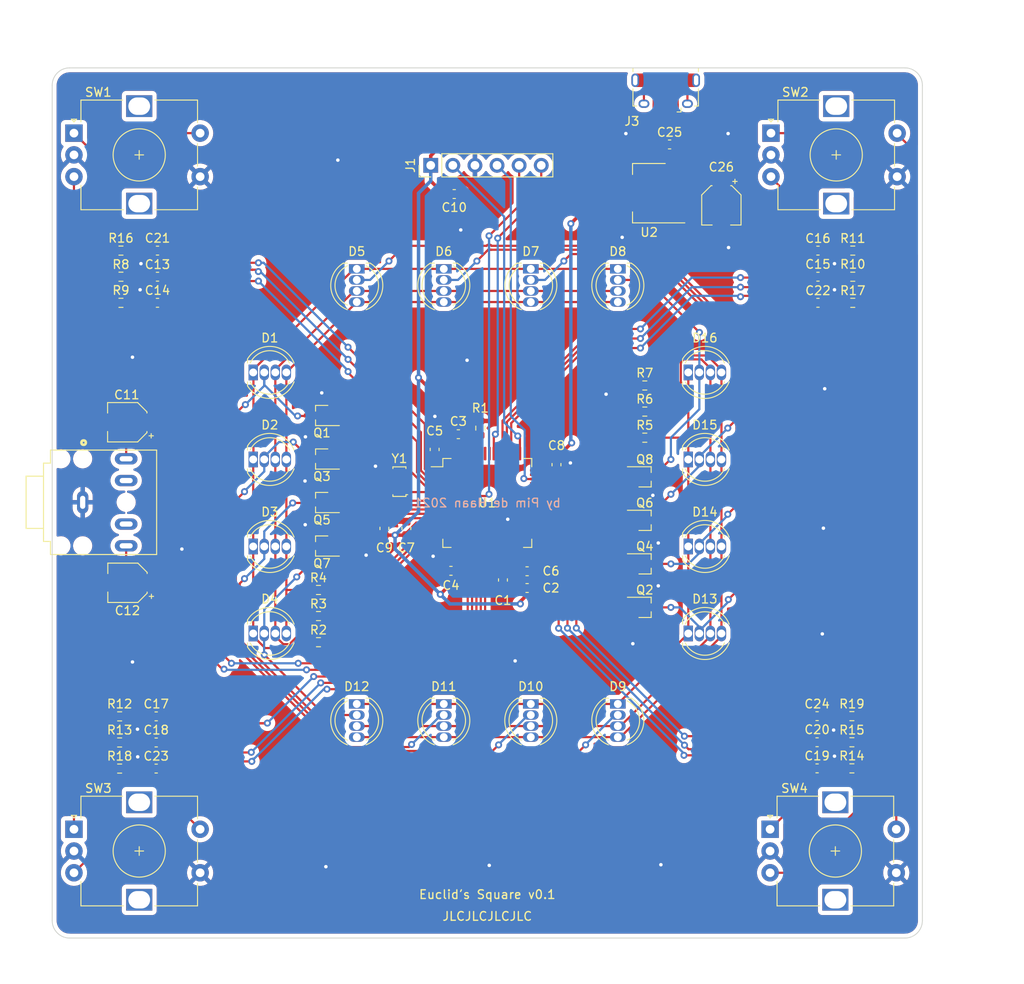
<source format=kicad_pcb>
(kicad_pcb (version 20201220) (generator pcbnew)
  (layers (0 "F.Cu" signal) (31 "B.Cu" signal) (34 "B.Paste" user) (35 "F.Paste" user) (36 "B.SilkS" user "B.Silkscreen") (37 "F.SilkS" user "F.Silkscreen") (38 "B.Mask" user) (39 "F.Mask" user) (44 "Edge.Cuts" user))
  (net 0 "")
  (net 1 "GND")
  (net 2 "Net-(C1-Pad1)")
  (net 3 "+3V3")
  (net 4 "Net-(R1-Pad2)")
  (net 5 "Net-(C11-Pad2)")
  (net 6 "Net-(C12-Pad2)")
  (net 7 "RE_1A")
  (net 8 "RE_1B")
  (net 9 "RE_2A")
  (net 10 "RE_2B")
  (net 11 "RE_3A")
  (net 12 "RE_3B")
  (net 13 "RE_4A")
  (net 14 "Net-(D1-Pad4)")
  (net 15 "Net-(D1-Pad3)")
  (net 16 "LED_K1")
  (net 17 "RE_4B")
  (net 18 "DAC_OUT1")
  (net 19 "DAC_OUT2")
  (net 20 "RE_1S")
  (net 21 "RE_2S")
  (net 22 "RE_3S")
  (net 23 "RE_4S")
  (net 24 "+5V")
  (net 25 "no_connect_68")
  (net 26 "Net-(D1-Pad1)")
  (net 27 "LED_K2")
  (net 28 "LED_K3")
  (net 29 "LED_K4")
  (net 30 "no_connect_69")
  (net 31 "no_connect_73")
  (net 32 "no_connect_72")
  (net 33 "no_connect_71")
  (net 34 "no_connect_70")
  (net 35 "Net-(R8-Pad2)")
  (net 36 "LED_K5")
  (net 37 "LED_K6")
  (net 38 "LED_K7")
  (net 39 "Net-(R9-Pad1)")
  (net 40 "Net-(R10-Pad2)")
  (net 41 "Net-(R11-Pad1)")
  (net 42 "Net-(R12-Pad2)")
  (net 43 "Net-(R13-Pad1)")
  (net 44 "Net-(R14-Pad2)")
  (net 45 "Net-(R15-Pad1)")
  (net 46 "Net-(R16-Pad1)")
  (net 47 "Net-(R17-Pad1)")
  (net 48 "LED_K8")
  (net 49 "Net-(D10-Pad4)")
  (net 50 "Net-(D10-Pad3)")
  (net 51 "Net-(D10-Pad1)")
  (net 52 "SWO")
  (net 53 "NRST")
  (net 54 "SWDIO")
  (net 55 "SWCLK")
  (net 56 "LED_S1")
  (net 57 "LED_S5")
  (net 58 "LED_S2")
  (net 59 "LED_S6")
  (net 60 "LED_S3")
  (net 61 "LED_S7")
  (net 62 "LED_S4")
  (net 63 "LED_S8")
  (net 64 "LED_R1")
  (net 65 "LED_G1")
  (net 66 "LED_B1")
  (net 67 "LED_R2")
  (net 68 "LED_G2")
  (net 69 "LED_B2")
  (net 70 "Net-(R18-Pad1)")
  (net 71 "Net-(R19-Pad1)")
  (net 72 "Net-(U1-Pad5)")
  (net 73 "Net-(U1-Pad6)")
  (net 74 "no_connect_74")
  (net 75 "no_connect_75")
  (net 76 "no_connect_76")
  (net 77 "no_connect_77")
  (net 78 "no_connect_78")
  (net 79 "no_connect_79")
  (net 80 "no_connect_80")
  (net 81 "no_connect_81")
  (net 82 "no_connect_82")
  (net 83 "no_connect_83")
  (net 84 "no_connect_84")
  (net 85 "no_connect_85")
  (net 86 "no_connect_86")
  (net 87 "no_connect_87")
  (net 88 "no_connect_88")
  (net 89 "no_connect_89")
  (net 90 "no_connect_90")
  (footprint "LED_THT:LED_D5.0mm-4_RGB" (layer "F.Cu") (at 123.1 85)
    (fp_text reference "D1")
    (fp_text value "LED_RKGB")
  )
  (footprint "Capacitor_SMD:C_0603_1608Metric" (layer "F.Cu") (at 143.95 93.85 -90)
    (fp_text reference "C5")
    (fp_text value "100n")
  )
  (footprint "Capacitor_SMD:C_0603_1608Metric" (layer "F.Cu") (at 145.825 107.8)
    (fp_text reference "C4")
    (fp_text value "100n")
  )
  (footprint "35RAPC4BHN2:SWITCHCRAFT_35RAPC4BHN2" (layer "F.Cu") (at 104.5 99.925 -90)
    (fp_text reference "J2" hide)
    (fp_text value "35RAPC4BHN2")
  )
  (footprint "Package_TO_SOT_SMD:SOT-323_SC-70_Handsoldering" (layer "F.Cu") (at 168.1 97)
    (fp_text reference "Q8")
    (fp_text value "Q_NMOS_GSD")
  )
  (footprint "Resistor_SMD:R_0603_1608Metric" (layer "F.Cu") (at 130.6 113 180)
    (fp_text reference "R3")
    (fp_text value "12")
  )
  (footprint "Resistor_SMD:R_0603_1608Metric" (layer "F.Cu") (at 192 71 180)
    (fp_text reference "R11")
    (fp_text value "10k")
  )
  (footprint "Resistor_SMD:R_0603_1608Metric" (layer "F.Cu") (at 168.1 89.5)
    (fp_text reference "R6")
    (fp_text value "12")
  )
  (footprint "Connector_PinHeader_2.54mm:PinHeader_1x06_P2.54mm_Vertical" (layer "F.Cu") (at 143.5 61.2 90)
    (fp_text reference "J1")
    (fp_text value "SWD")
  )
  (footprint "Capacitor_SMD:C_0603_1608Metric" (layer "F.Cu") (at 187.9 130.5)
    (fp_text reference "C19")
    (fp_text value "10n")
  )
  (footprint "Package_TO_SOT_SMD:SOT-323_SC-70_Handsoldering" (layer "F.Cu") (at 131 94.95 180)
    (fp_text reference "Q3")
    (fp_text value "Q_NMOS_GSD")
  )
  (footprint "LED_THT:LED_D5.0mm-4_RGB" (layer "F.Cu") (at 135 73.1 -90)
    (fp_text reference "D5")
    (fp_text value "LED_RKGB")
  )
  (footprint "Resistor_SMD:R_0603_1608Metric" (layer "F.Cu") (at 191.9 130.5)
    (fp_text reference "R14")
    (fp_text value "10k")
  )
  (footprint "Capacitor_SMD:C_0603_1608Metric" (layer "F.Cu") (at 187.9 124.5 180)
    (fp_text reference "C24")
    (fp_text value "10n")
  )
  (footprint "Package_TO_SOT_SMD:SOT-323_SC-70_Handsoldering" (layer "F.Cu") (at 131 99.95 180)
    (fp_text reference "Q5")
    (fp_text value "Q_NMOS_GSD")
  )
  (footprint "Package_TO_SOT_SMD:SOT-323_SC-70_Handsoldering" (layer "F.Cu") (at 168.1 102)
    (fp_text reference "Q6")
    (fp_text value "Q_NMOS_GSD")
  )
  (footprint "LED_THT:LED_D5.0mm-4_RGB" (layer "F.Cu") (at 173.1 85)
    (fp_text reference "D16")
    (fp_text value "LED_RKGB")
  )
  (footprint "Package_TO_SOT_SMD:SOT-323_SC-70_Handsoldering" (layer "F.Cu") (at 131 89.95 180)
    (fp_text reference "Q1")
    (fp_text value "Q_NMOS_GSD")
  )
  (footprint "LED_THT:LED_D5.0mm-4_RGB" (layer "F.Cu") (at 173.1 115)
    (fp_text reference "D13")
    (fp_text value "LED_RKGB")
  )
  (footprint "Resistor_SMD:R_0603_1608Metric" (layer "F.Cu") (at 107.9 74 180)
    (fp_text reference "R8")
    (fp_text value "10k")
  )
  (footprint "Capacitor_SMD:C_0603_1608Metric" (layer "F.Cu") (at 188 77 180)
    (fp_text reference "C22")
    (fp_text value "10n")
  )
  (footprint "Capacitor_SMD:C_0603_1608Metric" (layer "F.Cu") (at 111.95 127.525)
    (fp_text reference "C18")
    (fp_text value "10n")
  )
  (footprint "Resistor_SMD:R_0603_1608Metric" (layer "F.Cu") (at 168.1 92.5)
    (fp_text reference "R5")
    (fp_text value "56")
  )
  (footprint "Capacitor_SMD:C_0603_1608Metric" (layer "F.Cu") (at 151.8 108.85 -90)
    (fp_text reference "C1")
    (fp_text value "4.7u")
  )
  (footprint "LED_THT:LED_D5.0mm-4_RGB" (layer "F.Cu") (at 173.1 95)
    (fp_text reference "D15")
    (fp_text value "LED_RKGB")
  )
  (footprint "Capacitor_SMD:C_0603_1608Metric" (layer "F.Cu") (at 112.1 74 180)
    (fp_text reference "C13")
    (fp_text value "10n")
  )
  (footprint "Rotary_Encoder:RotaryEncoder_Alps_EC12E-Switch_Vertical_H20mm" (layer "F.Cu") (at 102.5 137.5)
    (fp_text reference "SW3")
    (fp_text value "RotEnc_Switch")
  )
  (footprint "LED_THT:LED_D5.0mm-4_RGB" (layer "F.Cu") (at 145 123.1 -90)
    (fp_text reference "D11")
    (fp_text value "LED_RKGB")
  )
  (footprint "Capacitor_SMD:C_0603_1608Metric" (layer "F.Cu") (at 146.675 92.1 180)
    (fp_text reference "C3")
    (fp_text value "100n")
  )
  (footprint "Rotary_Encoder:RotaryEncoder_Alps_EC12E-Switch_Vertical_H20mm" (layer "F.Cu") (at 102.5 57.5)
    (fp_text reference "SW1")
    (fp_text value "RotEnc_Switch")
  )
  (footprint "LED_THT:LED_D5.0mm-4_RGB" (layer "F.Cu") (at 135 123.1 -90)
    (fp_text reference "D12")
    (fp_text value "LED_RKGB")
  )
  (footprint "Capacitor_SMD:C_0603_1608Metric" (layer "F.Cu") (at 111.95 124.525 180)
    (fp_text reference "C17")
    (fp_text value "10n")
  )
  (footprint "Capacitor_SMD:C_0603_1608Metric" (layer "F.Cu") (at 157.95 95.6 90)
    (fp_text reference "C8")
    (fp_text value "100n")
  )
  (footprint "Package_QFP:LQFP-64_10x10mm_P0.5mm" (layer "F.Cu") (at 150 100)
    (fp_text reference "U1")
    (fp_text value "STM32F722RETx")
  )
  (footprint "Capacitor_SMD:C_0603_1608Metric" (layer "F.Cu") (at 188 71 180)
    (fp_text reference "C16")
    (fp_text value "10n")
  )
  (footprint "Capacitor_SMD:CP_Elec_4x5.4" (layer "F.Cu") (at 108.65 109.175 180)
    (fp_text reference "C12")
    (fp_text value "10u")
  )
  (footprint "Capacitor_SMD:CP_Elec_4x5.4" (layer "F.Cu") (at 176.9 65.8 -90)
    (fp_text reference "C26")
    (fp_text value "10u")
  )
  (footprint "Connector_USB:USB_Micro-B_Amphenol_10118194_Horizontal" (layer "F.Cu") (at 170.5 52.725 180)
    (fp_text reference "J3")
    (fp_text value "USB_B_Micro")
  )
  (footprint "Resistor_SMD:R_0603_1608Metric" (layer "F.Cu") (at 191.9 124.5 180)
    (fp_text reference "R19")
    (fp_text value "10k")
  )
  (footprint "Package_TO_SOT_SMD:SOT-323_SC-70_Handsoldering" (layer "F.Cu") (at 168.1 112)
    (fp_text reference "Q2")
    (fp_text value "Q_NMOS_GSD")
  )
  (footprint "Resistor_SMD:R_0603_1608Metric" (layer "F.Cu") (at 192 74)
    (fp_text reference "R10")
    (fp_text value "10k")
  )
  (footprint "Capacitor_SMD:C_0603_1608Metric" (layer "F.Cu") (at 111.95 130.525)
    (fp_text reference "C23")
    (fp_text value "10n")
  )
  (footprint "LED_THT:LED_D5.0mm-4_RGB" (layer "F.Cu") (at 165 123.1 -90)
    (fp_text reference "D9")
    (fp_text value "LED_RKGB")
  )
  (footprint "LED_THT:LED_D5.0mm-4_RGB" (layer "F.Cu") (at 123.1 105)
    (fp_text reference "D3")
    (fp_text value "LED_RKGB")
  )
  (footprint "LED_THT:LED_D5.0mm-4_RGB" (layer "F.Cu") (at 155 73.1 -90)
    (fp_text reference "D7")
    (fp_text value "LED_RKGB")
  )
  (footprint "Package_TO_SOT_SMD:SOT-323_SC-70_Handsoldering" (layer "F.Cu") (at 131 104.95 180)
    (fp_text reference "Q7")
    (fp_text value "Q_NMOS_GSD")
  )
  (footprint "LED_THT:LED_D5.0mm-4_RGB" (layer "F.Cu") (at 155 123.1 -90)
    (fp_text reference "D10")
    (fp_text value "LED_RKGB")
  )
  (footprint "Capacitor_SMD:C_0603_1608Metric" (layer "F.Cu") (at 154.575 107.85)
    (fp_text reference "C6")
    (fp_text value "100n")
  )
  (footprint "Rotary_Encoder:RotaryEncoder_Alps_EC12E-Switch_Vertical_H20mm" (layer "F.Cu") (at 182.6 57.5)
    (fp_text reference "SW2")
    (fp_text value "RotEnc_Switch")
  )
  (footprint "Resistor_SMD:R_0603_1608Metric" (layer "F.Cu") (at 130.6 116 180)
    (fp_text reference "R2")
    (fp_text value "56")
  )
  (footprint "Rotary_Encoder:RotaryEncoder_Alps_EC12E-Switch_Vertical_H20mm" (layer "F.Cu") (at 182.5 137.5)
    (fp_text reference "SW4")
    (fp_text value "RotEnc_Switch")
  )
  (footprint "Resistor_SMD:R_0603_1608Metric" (layer "F.Cu") (at 130.6 110 180)
    (fp_text reference "R4")
    (fp_text value "12")
  )
  (footprint "Capacitor_SMD:CP_Elec_4x5.4" (layer "F.Cu") (at 108.625 90.725 180)
    (fp_text reference "C11")
    (fp_text value "10u")
  )
  (footprint "Resistor_SMD:R_0603_1608Metric" (layer "F.Cu") (at 107.75 124.525 180)
    (fp_text reference "R12")
    (fp_text value "10k")
  )
  (footprint "Capacitor_SMD:C_0603_1608Metric" (layer "F.Cu") (at 146.2 64.5)
    (fp_text reference "C10")
    (fp_text value "100n")
  )
  (footprint "Capacitor_SMD:C_0603_1608Metric" (layer "F.Cu") (at 154.575 109.775)
    (fp_text reference "C2")
    (fp_text value "4.7u")
  )
  (footprint "Capacitor_SMD:C_0603_1608Metric" (layer "F.Cu") (at 187.9 127.5 180)
    (fp_text reference "C20")
    (fp_text value "10n")
  )
  (footprint "Capacitor_SMD:C_0603_1608Metric" (layer "F.Cu") (at 140.7 102.925 -90)
    (fp_text reference "C7")
    (fp_text value "100n")
  )
  (footprint "Capacitor_SMD:C_0603_1608Metric" (layer "F.Cu") (at 112.1 71)
    (fp_text reference "C21")
    (fp_text value "10n")
  )
  (footprint "Capacitor_SMD:C_0603_1608Metric" (layer "F.Cu") (at 138.175 102.925 -90)
    (fp_text reference "C9")
    (fp_text value "1u")
  )
  (footprint "LED_THT:LED_D5.0mm-4_RGB" (layer "F.Cu") (at 165 73.1 -90)
    (fp_text reference "D8")
    (fp_text value "LED_RKGB")
  )
  (footprint "Resistor_SMD:R_0603_1608Metric" (layer "F.Cu") (at 107.9 77)
    (fp_text reference "R9")
    (fp_text value "10k")
  )
  (footprint "LED_THT:LED_D5.0mm-4_RGB" (layer "F.Cu") (at 123.1 95)
    (fp_text reference "D2")
    (fp_text value "LED_RKGB")
  )
  (footprint "Capacitor_SMD:C_0603_1608Metric" (layer "F.Cu") (at 188 74)
    (fp_text reference "C15")
    (fp_text value "10n")
  )
  (footprint "Resistor_SMD:R_0603_1608Metric" (layer "F.Cu") (at 107.75 127.525)
    (fp_text reference "R13")
    (fp_text value "10k")
  )
  (footprint "Resistor_SMD:R_0603_1608Metric" (layer "F.Cu") (at 191.9 127.5 180)
    (fp_text reference "R15")
    (fp_text value "10k")
  )
  (footprint "Resistor_SMD:R_0603_1608Metric" (layer "F.Cu") (at 107.75 130.525)
    (fp_text reference "R18")
    (fp_text value "10k")
  )
  (footprint "Capacitor_SMD:C_0603_1608Metric" (layer "F.Cu") (at 170.95 58.8)
    (fp_text reference "C25")
    (fp_text value "100n")
  )
  (footprint "Package_TO_SOT_SMD:SOT-223-3_TabPin2" (layer "F.Cu") (at 168.6 64.4 180)
    (fp_text reference "U2")
    (fp_text value "LD1117S33TR_SOT223")
  )
  (footprint "Resistor_SMD:R_0603_1608Metric" (layer "F.Cu") (at 192 77 180)
    (fp_text reference "R17")
    (fp_text value "10k")
  )
  (footprint "LED_THT:LED_D5.0mm-4_RGB" (layer "F.Cu") (at 173.1 105)
    (fp_text reference "D14")
    (fp_text value "LED_RKGB")
  )
  (footprint "Package_TO_SOT_SMD:SOT-323_SC-70_Handsoldering" (layer "F.Cu") (at 168.1 107)
    (fp_text reference "Q4")
    (fp_text value "Q_NMOS_GSD")
  )
  (footprint "Resistor_SMD:R_0603_1608Metric" (layer "F.Cu") (at 149.2 91.4 -90)
    (fp_text reference "R1")
    (fp_text value "10k")
  )
  (footprint "LED_THT:LED_D5.0mm-4_RGB" (layer "F.Cu") (at 123.1 115)
    (fp_text reference "D4")
    (fp_text value "LED_RKGB")
  )
  (footprint "Resistor_SMD:R_0603_1608Metric" (layer "F.Cu") (at 168.1 86.5)
    (fp_text reference "R7")
    (fp_text value "12")
  )
  (footprint "LED_THT:LED_D5.0mm-4_RGB" (layer "F.Cu") (at 145 73.1 -90)
    (fp_text reference "D6")
    (fp_text value "LED_RKGB")
  )
  (footprint "Capacitor_SMD:C_0603_1608Metric" (layer "F.Cu") (at 112.1 77)
    (fp_text reference "C14")
    (fp_text value "10n")
  )
  (footprint "Crystal:Resonator_SMD-3Pin_3.2x1.3mm" (layer "F.Cu") (at 139.9 97.55 90)
    (fp_text reference "Y1")
    (fp_text value "Resonator_Small")
  )
  (footprint "Resistor_SMD:R_0603_1608Metric" (layer "F.Cu") (at 107.9 71)
    (fp_text reference "R16")
    (fp_text value "10k")
  )
  (gr_arc (start 198 148) (end 200 148) (angle 90) (layer "Edge.Cuts") (width 0.1))
  (gr_arc (start 102 52) (end 100 52) (angle 90) (layer "Edge.Cuts") (width 0.1))
  (gr_line (start 198 50) (end 102 50) (layer "Edge.Cuts") (width 0.1))
  (gr_line (start 100 52) (end 100 148) (layer "Edge.Cuts") (width 0.1))
  (gr_line (start 102 150) (end 198 150) (layer "Edge.Cuts") (width 0.1))
  (gr_arc (start 198 52) (end 198 50) (angle 90) (layer "Edge.Cuts") (width 0.1))
  (gr_line (start 200 148) (end 200 52) (layer "Edge.Cuts") (width 0.1))
  (gr_arc (start 102 148) (end 100 148) (angle -90) (layer "Edge.Cuts") (width 0.1))
  (gr_text "by Pim de Haan 2021" (at 150 100) (layer "B.SilkS") (effects (font (size 1 1)) (justify mirror)))
  (gr_text "Euclid's Square v0.1" (at 150 145) (layer "F.SilkS") (effects (font (size 1 1))))
  (gr_text "JLCJLCJLCJLC" (at 150 147.5) (layer "F.SilkS") (effects (font (size 1 1))))
  (segment (start 146.265736 106.99998) (end 146.75 106.515716) (width 0.25) (layer "F.Cu") (net 1))
  (segment (start 145.05 107.325) (end 145.37502 106.99998) (width 0.25) (layer "F.Cu") (net 1))
  (segment (start 144.325 101.75) (end 146.05 101.75) (width 0.25) (layer "F.Cu") (net 1))
  (segment (start 155.675 96.75) (end 157.575 96.75) (width 0.25) (layer "F.Cu") (net 1))
  (segment (start 153.25 105.675) (end 153.25 107.3) (width 0.25) (layer "F.Cu") (net 1))
  (segment (start 145.05 107.8) (end 145.05 107.325) (width 0.25) (layer "F.Cu") (net 1))
  (segment (start 153.8 107.85) (end 153.8 109.775) (width 0.25) (layer "F.Cu") (net 1))
  (segment (start 138.175 102.15) (end 136.075 104.25) (width 0.4) (layer "F.Cu") (net 1))
  (segment (start 158.925 95.4) (end 157.95 96.375) (width 0.25) (layer "F.Cu") (net 1))
  (segment (start 153.25 105.675) (end 153.25 103.9) (width 0.25) (layer "F.Cu") (net 1))
  (segment (start 146.75 106.515716) (end 146.75 105.675) (width 0.25) (layer "F.Cu") (net 1))
  (segment (start 138.175 102.15) (end 140.7 102.15) (width 0.25) (layer "F.Cu") (net 1))
  (segment (start 146.75 105.675) (end 146.75 104.25) (width 0.25) (layer "F.Cu") (net 1))
  (segment (start 141.1 101.75) (end 144.325 101.75) (width 0.25) (layer "F.Cu") (net 1))
  (segment (start 145.37502 106.99998) (end 146.265736 106.99998) (width 0.25) (layer "F.Cu") (net 1))
  (segment (start 153.25 107.3) (end 153.8 107.85) (width 0.25) (layer "F.Cu") (net 1))
  (segment (start 159.55 95.4) (end 158.925 95.4) (width 0.25) (layer "F.Cu") (net 1))
  (segment (start 140.7 102.15) (end 141.1 101.75) (width 0.25) (layer "F.Cu") (net 1))
  (segment (start 146.75 94.325) (end 146.75 96.35) (width 0.25) (layer "F.Cu") (net 1))
  (segment (start 146.75 92.8) (end 147.45 92.1) (width 0.25) (layer "F.Cu") (net 1))
  (segment (start 169.2 54.175) (end 169.2 56.15) (width 0.4) (layer "F.Cu") (net 1))
  (segment (start 146.75 94.325) (end 146.75 92.8) (width 0.25) (layer "F.Cu") (net 1))
  (segment (start 136.075 104.25) (end 136.075 106) (width 0.4) (layer "F.Cu") (net 1))
  (segment (start 157.575 96.75) (end 157.95 96.375) (width 0.25) (layer "F.Cu") (net 1))
  (via (at 114.9 105.3) (size 0.8) (drill 0.4) (layers "F.Cu" "B.Cu") (net 1))
  (via (at 129.1 92.4) (size 0.8) (drill 0.4) (layers "F.Cu" "B.Cu") (net 1))
  (via (at 130.975 87.35) (size 0.8) (drill 0.4) (layers "F.Cu" "B.Cu") (net 1))
  (via (at 146.95 68.625) (size 0.8) (drill 0.4) (layers "F.Cu" "B.Cu") (net 1))
  (via (at 109.825 129.175) (size 0.8) (drill 0.4) (layers "F.Cu" "B.Cu") (net 1))
  (via (at 169.65 104.6) (size 0.8) (drill 0.4) (layers "F.Cu" "B.Cu") (net 1))
  (via (at 109.225 118.275) (size 0.8) (drill 0.4) (layers "F.Cu" "B.Cu") (net 1))
  (via (at 189.9 75.5) (size 0.8) (drill 0.4) (layers "F.Cu" "B.Cu") (net 1))
  (via (at 147.675 83.6) (size 0.8) (drill 0.4) (layers "F.Cu" "B.Cu") (net 1))
  (via (at 189.9 129.1) (size 0.8) (drill 0.4) (layers "F.Cu" "B.Cu") (net 1))
  (via (at 132.825 60.6) (size 0.8) (drill 0.4) (layers "F.Cu" "B.Cu") (net 1))
  (via (at 159.55 95.4) (size 0.8) (drill 0.4) (layers "F.Cu" "B.Cu") (net 1))
  (via (at 189.8 126.1) (size 0.8) (drill 0.4) (layers "F.Cu" "B.Cu") (net 1))
  (via (at 177.725 70.65) (size 0.8) (drill 0.4) (layers "F.Cu" "B.Cu") (net 1))
  (via (at 165.5 69.475) (size 0.8) (drill 0.4) (layers "F.Cu" "B.Cu") (net 1))
  (via (at 188.775 86.875) (size 0.8) (drill 0.4) (layers "F.Cu" "B.Cu") (net 1))
  (via (at 129.075 102.5) (size 0.8) (drill 0.4) (layers "F.Cu" "B.Cu") (net 1))
  (via (at 163.65 87.5) (size 0.8) (drill 0.4) (layers "F.Cu" "B.Cu") (net 1))
  (via (at 143.975 90.05) (size 0.8) (drill 0.4) (layers "F.Cu" "B.Cu") (net 1))
  (via (at 110.1 75.5) (size 0.8) (drill 0.4) (layers "F.Cu" "B.Cu") (net 1))
  (via (at 165.925 57.55) (size 0.8) (drill 0.4) (layers "F.Cu" "B.Cu") (net 1))
  (via (at 150.225 141.65) (size 0.8) (drill 0.4) (layers "F.Cu" "B.Cu") (net 1))
  (via (at 188.5 115.05) (size 0.8) (drill 0.4) (layers "F.Cu" "B.Cu") (net 1))
  (via (at 169.95 141.575) (size 0.8) (drill 0.4) (layers "F.Cu" "B.Cu") (net 1))
  (via (at 129.05 97.475) (size 0.8) (drill 0.4) (layers "F.Cu" "B.Cu") (net 1))
  (via (at 109.225 83.25) (size 0.8) (drill 0.4) (layers "F.Cu" "B.Cu") (net 1))
  (via (at 166.725 116.175) (size 0.8) (drill 0.4) (layers "F.Cu" "B.Cu") (net 1))
  (via (at 131.45 141.8) (size 0.8) (drill 0.4) (layers "F.Cu" "B.Cu") (net 1))
  (via (at 153.2 118.15) (size 0.8) (drill 0.4) (layers "F.Cu" "B.Cu") (net 1))
  (via (at 143.775 106.125) (size 0.8) (drill 0.4) (layers "F.Cu" "B.Cu") (net 1))
  (via (at 188.625 102.9) (size 0.8) (drill 0.4) (layers "F.Cu" "B.Cu") (net 1))
  (via (at 137.15 95.775) (size 0.8) (drill 0.4) (layers "F.Cu" "B.Cu") (net 1))
  (via (at 169.65 109.525) (size 0.8) (drill 0.4) (layers "F.Cu" "B.Cu") (net 1))
  (via (at 109.8 126) (size 0.8) (drill 0.4) (layers "F.Cu" "B.Cu") (net 1))
  (via (at 152.35 101.875) (size 0.8) (drill 0.4) (layers "F.Cu" "B.Cu") (net 1))
  (via (at 110.2 72.5) (size 0.8) (drill 0.4) (layers "F.Cu" "B.Cu") (net 1))
  (via (at 136.075 106) (size 0.8) (drill 0.4) (layers "F.Cu" "B.Cu") (net 1))
  (via (at 189.9 72.5) (size 0.8) (drill 0.4) (layers "F.Cu" "B.Cu") (net 1))
  (via (at 169.025 99.125) (size 0.8) (drill 0.4) (layers "F.Cu" "B.Cu") (net 1))
  (via (at 177.675 57.55) (size 0.8) (drill 0.4) (layers "F.Cu" "B.Cu") (net 1))
  (segment (start 144.2 101.8) (end 144.3 101.7) (width 0.25) (layer "B.Cu") (net 1))
  (segment (start 152.75 107.475) (end 152.15 108.075) (width 0.25) (layer "F.Cu") (net 2))
  (segment (start 152.75 105.675) (end 152.75 107.475) (width 0.25) (layer "F.Cu") (net 2))
  (segment (start 144.325 95) (end 143.95 94.625) (width 0.25) (layer "F.Cu") (net 3))
  (segment (start 153.8 111.6) (end 153.8 111.325) (width 0.4) (layer "F.Cu") (net 3))
  (segment (start 145.9 92.1) (end 145.9 93.2) (width 0.4) (layer "F.Cu") (net 3))
  (segment (start 165.45 64.4) (end 157.45 56.4) (width 0.4) (layer "F.Cu") (net 3))
  (segment (start 143.5 63) (end 145 64.5) (width 0.4) (layer "F.Cu") (net 3))
  (segment (start 156.525 96.25) (end 157.95 94.825) (width 0.25) (layer "F.Cu") (net 3))
  (segment (start 153.75 105.675) (end 155.35 107.275) (width 0.25) (layer "F.Cu") (net 3))
  (segment (start 144.375 96.3) (end 144.4 96.3) (width 0.2) (layer "F.Cu") (net 3))
  (segment (start 155.675 96.25) (end 156.525 96.25) (width 0.25) (layer "F.Cu") (net 3))
  (segment (start 139.4 103.7) (end 140.7 103.7) (width 0.4) (layer "F.Cu") (net 3))
  (segment (start 144.325 102.25) (end 141.852846 102.25) (width 0.25) (layer "F.Cu") (net 3))
  (segment (start 159.675 93.1) (end 157.95 94.825) (width 0.4) (layer "F.Cu") (net 3))
  (segment (start 165.45 64.4) (end 165.7 64.4) (width 0.4) (layer "F.Cu") (net 3))
  (segment (start 145.9 89.4) (end 145.9 92.1) (width 0.4) (layer "F.Cu") (net 3))
  (segment (start 147.2 56.4) (end 143.5 60.1) (width 0.4) (layer "F.Cu") (net 3))
  (segment (start 159.7 93.1) (end 159.675 93.1) (width 0.4) (layer "F.Cu") (net 3))
  (segment (start 157.45 56.4) (end 147.2 56.4) (width 0.4) (layer "F.Cu") (net 3))
  (segment (start 165.45 64.4) (end 171.75 64.4) (width 0.4) (layer "F.Cu") (net 3))
  (segment (start 146.6 108.5) (end 146.6 107.8) (width 0.4) (layer "F.Cu") (net 3))
  (segment (start 144.325 96.25) (end 144.325 95) (width 0.25) (layer "F.Cu") (net 3))
  (segment (start 159.6 67.9) (end 163.1 64.4) (width 0.4) (layer "F.Cu") (net 3))
  (segment (start 141.852846 102.25) (end 140.7 103.402846) (width 0.25) (layer "F.Cu") (net 3))
  (segment (start 155.35 107.275) (end 155.35 107.85) (width 0.25) (layer "F.Cu") (net 3))
  (segment (start 144.325 96.25) (end 144.375 96.3) (width 0.2) (layer "F.Cu") (net 3))
  (segment (start 143.5 60.1) (end 143.5 61.2) (width 0.4) (layer "F.Cu") (net 3))
  (segment (start 144.6 110.5) (end 146.6 108.5) (width 0.4) (layer "F.Cu") (net 3))
  (segment (start 138.175 103.7) (end 139.4 103.7) (width 0.4) (layer "F.Cu") (net 3))
  (segment (start 163.1 64.4) (end 165.45 64.4) (width 0.4) (layer "F.Cu") (net 3))
  (segment (start 145.9 92.675) (end 143.95 94.625) (width 0.4) (layer "F.Cu") (net 3))
  (segment (start 176.9 64) (end 172.15 64) (width 0.4) (layer "F.Cu") (net 3))
  (segment (start 140.7 103.402846) (end 140.7 103.7) (width 0.25) (layer "F.Cu") (net 3))
  (segment (start 143.5 61.2) (end 143.5 63) (width 0.4) (layer "F.Cu") (net 3))
  (segment (start 147.25 105.675) (end 147.25 107.15) (width 0.25) (layer "F.Cu") (net 3))
  (segment (start 147.25 107.15) (end 146.6 107.8) (width 0.25) (layer "F.Cu") (net 3))
  (segment (start 145 64.5) (end 145.425 64.5) (width 0.4) (layer "F.Cu") (net 3))
  (segment (start 155.35 109.775) (end 155.35 107.85) (width 0.4) (layer "F.Cu") (net 3))
  (segment (start 145.9 92.1) (end 145.9 92.675) (width 0.4) (layer "F.Cu") (net 3))
  (segment (start 142.1 85.6) (end 145.9 89.4) (width 0.4) (layer "F.Cu") (net 3))
  (segment (start 172.15 64) (end 171.75 64.4) (width 0.4) (layer "F.Cu") (net 3))
  (segment (start 145.9 93.2) (end 146.2 93.5) (width 0.4) (layer "F.Cu") (net 3))
  (segment (start 153.8 111.325) (end 155.35 109.775) (width 0.4) (layer "F.Cu") (net 3))
  (segment (start 146.25 92.45) (end 145.9 92.1) (width 0.25) (layer "F.Cu") (net 3))
  (via (at 159.7 93.1) (size 0.8) (drill 0.4) (layers "F.Cu" "B.Cu") (net 3))
  (via (at 142.1 85.6) (size 0.8) (drill 0.4) (layers "F.Cu" "B.Cu") (net 3))
  (via (at 139.4 103.7) (size 0.8) (drill 0.4) (layers "F.Cu" "B.Cu") (net 3))
  (via (at 144.6 110.5) (size 0.8) (drill 0.4) (layers "F.Cu" "B.Cu") (net 3))
  (via (at 153.8 111.6) (size 0.8) (drill 0.4) (layers "F.Cu" "B.Cu") (net 3))
  (via (at 159.6 67.9) (size 0.8) (drill 0.4) (layers "F.Cu" "B.Cu") (net 3))
  (segment (start 142.1 85.6) (end 142.1 64.4) (width 0.4) (layer "B.Cu") (net 3))
  (segment (start 159.6 67.9) (end 159.600011 67.900011) (width 0.4) (layer "B.Cu") (net 3))
  (segment (start 144.6 110.5) (end 145.7 111.6) (width 0.4) (layer "B.Cu") (net 3))
  (segment (start 142.1 85.6) (end 142.1 101) (width 0.4) (layer "B.Cu") (net 3))
  (segment (start 142.1 64.4) (end 143.5 63) (width 0.4) (layer "B.Cu") (net 3))
  (segment (start 145.7 111.6) (end 153.8 111.6) (width 0.4) (layer "B.Cu") (net 3))
  (segment (start 159.600011 93.000011) (end 159.7 93.1) (width 0.4) (layer "B.Cu") (net 3))
  (segment (start 159.600011 67.900011) (end 159.600011 93.000011) (width 0.4) (layer "B.Cu") (net 3))
  (segment (start 139.4 105.3) (end 139.4 103.7) (width 0.4) (layer "B.Cu") (net 3))
  (segment (start 143.5 63) (end 143.5 61.2) (width 0.4) (layer "B.Cu") (net 3))
  (segment (start 144.6 110.5) (end 139.4 105.3) (width 0.4) (layer "B.Cu") (net 3))
  (segment (start 142.1 101) (end 139.4 103.7) (width 0.4) (layer "B.Cu") (net 3))
  (segment (start 148.25 94.325) (end 148.25 93.175) (width 0.25) (layer "F.Cu") (net 4))
  (segment (start 148.25 93.175) (end 149.2 92.225) (width 0.25) (layer "F.Cu") (net 4))
  (segment (start 108.5 92.4) (end 108.5 94.925) (width 0.25) (layer "F.Cu") (net 5))
  (segment (start 106.825 90.725) (end 108.5 92.4) (width 0.25) (layer "F.Cu") (net 5))
  (segment (start 108.5 107.525) (end 108.5 104.925) (width 0.25) (layer "F.Cu") (net 6))
  (segment (start 106.85 109.175) (end 108.5 107.525) (width 0.25) (layer "F.Cu") (net 6))
  (segment (start 142.37498 96.27712) (end 143.34786 97.25) (width 0.25) (layer "F.Cu") (net 7))
  (segment (start 123.48841 73.2) (end 123 73.2) (width 0.25) (layer "F.Cu") (net 7))
  (segment (start 123.694205 73.405795) (end 123.48841 73.2) (width 0.25) (layer "F.Cu") (net 7))
  (segment (start 108.725 74) (end 111.325 74) (width 0.25) (layer "F.Cu") (net 7))
  (segment (start 143.34786 97.25) (end 144.325 97.25) (width 0.25) (layer "F.Cu") (net 7))
  (segment (start 122.99998 73.19998) (end 123 73.2) (width 0.25) (layer "F.Cu") (net 7))
  (segment (start 111.325 74) (end 112.12502 73.19998) (width 0.25) (layer "F.Cu") (net 7))
  (segment (start 142.37498 91.87498) (end 142.37498 96.27712) (width 0.25) (layer "F.Cu") (net 7))
  (segment (start 134 83.5) (end 142.37498 91.87498) (width 0.25) (layer "F.Cu") (net 7))
  (segment (start 112.12502 73.19998) (end 122.99998 73.19998) (width 0.25) (layer "F.Cu") (net 7))
  (via (at 134 83.5) (size 0.8) (drill 0.4) (layers "F.Cu" "B.Cu") (net 7))
  (via (at 123.694205 73.405795) (size 0.8) (drill 0.4) (layers "F.Cu" "B.Cu") (net 7))
  (segment (start 123.905795 73.405795) (end 123.694205 73.405795) (width 0.25) (layer "B.Cu") (net 7))
  (segment (start 134 83.5) (end 123.905795 73.405795) (width 0.25) (layer "B.Cu") (net 7))
  (segment (start 112.422172 76.19998) (end 112.09998 76.522172) (width 0.25) (layer "F.Cu") (net 8))
  (segment (start 141.92496 96.463524) (end 143.211436 97.75) (width 0.25) (layer "F.Cu") (net 8))
  (segment (start 123.6 74.5) (end 114.9 74.5) (width 0.25) (layer "F.Cu") (net 8))
  (segment (start 114.9 74.5) (end 113.20002 76.19998) (width 0.25) (layer "F.Cu") (net 8))
  (segment (start 112.09998 77) (end 111.325 77) (width 0.25) (layer "F.Cu") (net 8))
  (segment (start 134 84.9) (end 134 85.025) (width 0.25) (layer "F.Cu") (net 8))
  (segment (start 112.09998 76.522172) (end 112.09998 77) (width 0.25) (layer "F.Cu") (net 8))
  (segment (start 141.92496 92.94996) (end 141.92496 96.463524) (width 0.25) (layer "F.Cu") (net 8))
  (segment (start 123.7 74.6) (end 123.6 74.5) (width 0.25) (layer "F.Cu") (net 8))
  (segment (start 143.211436 97.75) (end 144.325 97.75) (width 0.25) (layer "F.Cu") (net 8))
  (segment (start 108.725 77) (end 111.325 77) (width 0.25) (layer "F.Cu") (net 8))
  (segment (start 113.20002 76.19998) (end 112.422172 76.19998) (width 0.25) (layer "F.Cu") (net 8))
  (segment (start 134 85.025) (end 141.92496 92.94996) (width 0.25) (layer "F.Cu") (net 8))
  (via (at 123.7 74.5) (size 0.8) (drill 0.4) (layers "F.Cu" "B.Cu") (net 8))
  (via (at 134 84.9) (size 0.8) (drill 0.4) (layers "F.Cu" "B.Cu") (net 8))
  (segment (start 134 84.8) (end 123.8 74.6) (width 0.25) (layer "B.Cu") (net 8))
  (segment (start 134 84.9) (end 134 84.8) (width 0.25) (layer "B.Cu") (net 8))
  (segment (start 123.8 74.6) (end 123.7 74.6) (width 0.25) (layer "B.Cu") (net 8))
  (segment (start 167.6 81.1) (end 161.836424 81.1) (width 0.25) (layer "F.Cu") (net 9))
  (segment (start 187.575003 75.199997) (end 179.1 75.199997) (width 0.25) (layer "F.Cu") (net 9))
  (segment (start 161.836424 81.1) (end 152.25 90.686424) (width 0.25) (layer "F.Cu") (net 9))
  (segment (start 152.25 90.686424) (end 152.25 94.325) (width 0.25) (layer "F.Cu") (net 9))
  (segment (start 191.175 74) (end 188.775 74) (width 0.25) (layer "F.Cu") (net 9))
  (segment (start 188.775 74) (end 187.575003 75.199997) (width 0.25) (layer "F.Cu") (net 9))
  (segment (start 167.6 81.1) (end 167.5 81) (width 0.25) (layer "F.Cu") (net 9))
  (via (at 179.1 75.199997) (size 0.8) (drill 0.4) (layers "F.Cu" "B.Cu") (net 9))
  (via (at 167.6 81.1) (size 0.8) (drill 0.4) (layers "F.Cu" "B.Cu") (net 9))
  (segment (start 179.026983 75.2) (end 179.026986 75.199997) (width 0.25) (layer "B.Cu") (net 9))
  (segment (start 173.5 75.2) (end 179.026983 75.2) (width 0.25) (layer "B.Cu") (net 9))
  (segment (start 179.026986 75.199997) (end 179.1 75.199997) (width 0.25) (layer "B.Cu") (net 9))
  (segment (start 167.6 81.1) (end 173.5 75.2) (width 0.25) (layer "B.Cu") (net 9))
  (segment (start 188.00002 71.477826) (end 188.00002 71) (width 0.25) (layer "F.Cu") (net 10))
  (segment (start 187.677826 71.80002) (end 188.00002 71.477826) (width 0.25) (layer "F.Cu") (net 10))
  (segment (start 167.6 80) (end 167.550019 80.049981) (width 0.25) (layer "F.Cu") (net 10))
  (segment (start 191.175 71) (end 188.775 71) (width 0.25) (layer "F.Cu") (net 10))
  (segment (start 151.75 90.55) (end 151.75 93.35) (width 0.25) (layer "F.Cu") (net 10))
  (segment (start 167.6 80) (end 162.3 80) (width 0.25) (layer "F.Cu") (net 10))
  (segment (start 186.772174 71.80002) (end 187.677826 71.80002) (width 0.25) (layer "F.Cu") (net 10))
  (segment (start 186.736077 71.763923) (end 186.772174 71.80002) (width 0.25) (layer "F.Cu") (net 10))
  (segment (start 162.3 80) (end 151.75 90.55) (width 0.25) (layer "F.Cu") (net 10))
  (segment (start 188.00002 71) (end 188.775 71) (width 0.25) (layer "F.Cu") (net 10))
  (segment (start 179.1 74.1) (end 184.4 74.1) (width 0.25) (layer "F.Cu") (net 10))
  (segment (start 151.75 93.35) (end 151.75 94.325) (width 0.25) (layer "F.Cu") (net 10))
  (segment (start 184.4 74.1) (end 186.736077 71.763923) (width 0.25) (layer "F.Cu") (net 10))
  (via (at 179.1 74.1) (size 0.8) (drill 0.4) (layers "F.Cu" "B.Cu") (net 10))
  (via (at 167.6 80) (size 0.8) (drill 0.4) (layers "F.Cu" "B.Cu") (net 10))
  (segment (start 179.1 74.1) (end 173.5 74.1) (width 0.25) (layer "B.Cu") (net 10))
  (segment (start 173.5 74.1) (end 167.6 80) (width 0.25) (layer "B.Cu") (net 10))
  (segment (start 111.94998 125.002826) (end 111.94998 124.525) (width 0.25) (layer "F.Cu") (net 11))
  (segment (start 142.025 119.95) (end 130.05 119.95) (width 0.25) (layer "F.Cu") (net 11))
  (segment (start 124.69998 125.32502) (end 112.272174 125.32502) (width 0.25) (layer "F.Cu") (net 11))
  (segment (start 111.94998 124.525) (end 111.175 124.525) (width 0.25) (layer "F.Cu") (net 11))
  (segment (start 124.725 125.3) (end 124.69998 125.32502) (width 0.25) (layer "F.Cu") (net 11))
  (segment (start 108.575 124.525) (end 111.175 124.525) (width 0.25) (layer "F.Cu") (net 11))
  (segment (start 112.272174 125.32502) (end 111.94998 125.002826) (width 0.25) (layer "F.Cu") (net 11))
  (segment (start 148.75 113.225) (end 142.025 119.95) (width 0.25) (layer "F.Cu") (net 11))
  (segment (start 148.75 105.675) (end 148.75 113.225) (width 0.25) (layer "F.Cu") (net 11))
  (segment (start 124.69998 125.32502) (end 112.82502 125.32502) (width 0.25) (layer "F.Cu") (net 11))
  (via (at 130.05 119.95) (size 0.8) (drill 0.4) (layers "F.Cu" "B.Cu") (net 11))
  (via (at 124.725 125.3) (size 0.8) (drill 0.4) (layers "F.Cu" "B.Cu") (net 11))
  (segment (start 130.05 119.95) (end 124.725 125.275) (width 0.25) (layer "B.Cu") (net 11))
  (segment (start 124.725 125.275) (end 124.725 125.3) (width 0.25) (layer "B.Cu") (net 11))
  (segment (start 108.575 127.525) (end 111.175 127.525) (width 0.25) (layer "F.Cu") (net 12))
  (segment (start 122.875 128.65) (end 122.85 128.675) (width 0.25) (layer "F.Cu") (net 12))
  (segment (start 122.85 128.675) (end 112.325 128.675) (width 0.25) (layer "F.Cu") (net 12))
  (segment (start 149.25 113.4) (end 141.975 120.675) (width 0.25) (layer "F.Cu") (net 12))
  (segment (start 149.25 105.675) (end 149.25 113.4) (width 0.25) (layer "F.Cu") (net 12))
  (segment (start 141.975 120.675) (end 130.857392 120.675) (width 0.25) (layer "F.Cu") (net 12))
  (segment (start 112.325 128.675) (end 111.175 127.525) (width 0.25) (layer "F.Cu") (net 12))
  (via (at 122.875 128.65) (size 0.8) (drill 0.4) (layers "F.Cu" "B.Cu") (net 12))
  (via (at 130.857392 120.675) (size 0.8) (drill 0.4) (layers "F.Cu" "B.Cu") (net 12))
  (segment (start 122.875 128.65) (end 130.85 120.675) (width 0.25) (layer "B.Cu") (net 12))
  (segment (start 130.85 120.675) (end 130.857392 120.675) (width 0.25) (layer "B.Cu") (net 12))
  (segment (start 158.2 106.275) (end 158.2 114.4) (width 0.25) (layer "F.Cu") (net 13))
  (segment (start 187.175 129) (end 188.675 130.5) (width 0.25) (layer "F.Cu") (net 13))
  (segment (start 191.075 130.5) (end 188.675 130.5) (width 0.25) (layer "F.Cu") (net 13))
  (segment (start 172.6 129) (end 187.175 129) (width 0.25) (layer "F.Cu") (net 13))
  (segment (start 155.675 103.75) (end 158.2 106.275) (width 0.25) (layer "F.Cu") (net 13))
  (via (at 172.6 129) (size 0.8) (drill 0.4) (layers "F.Cu" "B.Cu") (net 13))
  (via (at 158.2 114.4) (size 0.8) (drill 0.4) (layers "F.Cu" "B.Cu") (net 13))
  (segment (start 158.2 114.4) (end 172.6 128.8) (width 0.25) (layer "B.Cu") (net 13))
  (segment (start 172.6 128.8) (end 172.6 129) (width 0.25) (layer "B.Cu") (net 13))
  (segment (start 126.91 109.79) (end 126.91 110.01) (width 0.25) (layer "F.Cu") (net 14))
  (segment (start 129.775 110) (end 126.92 110) (width 0.25) (layer "F.Cu") (net 14))
  (segment (start 126.92 110) (end 126.91 110.01) (width 0.25) (layer "F.Cu") (net 14))
  (segment (start 145 76.91) (end 155 76.91) (width 0.25) (layer "F.Cu") (net 14))
  (segment (start 135 76.91) (end 126.91 85) (width 0.25) (layer "F.Cu") (net 14))
  (segment (start 126.91 115) (end 126.91 105) (width 0.25) (layer "F.Cu") (net 14))
  (segment (start 155 76.91) (end 165 76.91) (width 0.25) (layer "F.Cu") (net 14))
  (segment (start 126.91 95) (end 126.91 105) (width 0.25) (layer "F.Cu") (net 14))
  (segment (start 135 76.91) (end 145 76.91) (width 0.25) (layer "F.Cu") (net 14))
  (segment (start 126.91 85) (end 126.91 95) (width 0.25) (layer "F.Cu") (net 14))
  (segment (start 125.64 105) (end 125.64 115) (width 0.25) (layer "F.Cu") (net 15))
  (segment (start 125.64 85) (end 125.64 95) (width 0.25) (layer "F.Cu") (net 15))
  (segment (start 129.775 113.716251) (end 127.266231 116.22502) (width 0.25) (layer "F.Cu") (net 15))
  (segment (start 125.64 95) (end 125.64 105) (width 0.25) (layer "F.Cu") (net 15))
  (segment (start 125.64 115.311251) (end 126.553769 116.22502) (width 0.25) (layer "F.Cu") (net 15))
  (segment (start 134.688749 75.64) (end 125.64 84.688749) (width 0.25) (layer "F.Cu") (net 15))
  (segment (start 129.775 113) (end 129.775 113.716251) (width 0.25) (layer "F.Cu") (net 15))
  (segment (start 125.64 84.688749) (end 125.64 85) (width 0.25) (layer "F.Cu") (net 15))
  (segment (start 135 75.64) (end 145 75.64) (width 0.25) (layer "F.Cu") (net 15))
  (segment (start 155 75.64) (end 145 75.64) (width 0.25) (layer "F.Cu") (net 15))
  (segment (start 126.553769 116.22502) (end 127.266231 116.22502) (width 0.25) (layer "F.Cu") (net 15))
  (segment (start 135 75.64) (end 134.688749 75.64) (width 0.25) (layer "F.Cu") (net 15))
  (segment (start 165 75.64) (end 155 75.64) (width 0.25) (layer "F.Cu") (net 15))
  (segment (start 133.575 129) (end 123.654186 119.079186) (width 0.25) (layer "F.Cu") (net 16))
  (segment (start 123.654186 119.075051) (end 122.749951 118.170816) (width 0.25) (layer "F.Cu") (net 16))
  (segment (start 161.3 127.8) (end 160.1 129) (width 0.25) (layer "F.Cu") (net 16))
  (segment (start 123.654186 119.079186) (end 123.654186 119.075051) (width 0.25) (layer "F.Cu") (net 16))
  (segment (start 122.749951 118.170816) (end 122.745816 118.170816) (width 0.25) (layer "F.Cu") (net 16))
  (segment (start 122.2 88.7) (end 122.1 88.7) (width 0.25) (layer "F.Cu") (net 16))
  (segment (start 160.1 129) (end 133.575 129) (width 0.25) (layer "F.Cu") (net 16))
  (segment (start 120.64998 116.07498) (end 120.64998 90.15002) (width 0.25) (layer "F.Cu") (net 16))
  (segment (start 128.2 90) (end 129.6625 90) (width 0.25) (layer "F.Cu") (net 16))
  (segment (start 122.1 88.7) (end 120.7 90.1) (width 0.25) (layer "F.Cu") (net 16))
  (segment (start 122.745816 118.170816) (end 120.64998 116.07498) (width 0.25) (layer "F.Cu") (net 16))
  (via (at 122.2 88.7) (size 0.8) (drill 0.4) (layers "F.Cu" "B.Cu") (net 16))
  (via (at 128.2 90) (size 0.8) (drill 0.4) (layers "F.Cu" "B.Cu") (net 16))
  (via (at 161.3 127.8) (size 0.8) (drill 0.4) (layers "F.Cu" "B.Cu") (net 16))
  (segment (start 161.3 127.8) (end 161.3 127.758749) (width 0.25) (layer "B.Cu") (net 16))
  (segment (start 124.37 86.425) (end 127.945 90) (width 0.25) (layer "B.Cu") (net 16))
  (segment (start 124.37 85) (end 124.37 86.425) (width 0.25) (layer "B.Cu") (net 16))
  (segment (start 122.2 88.7) (end 124.37 86.53) (width 0.25) (layer "B.Cu") (net 16))
  (segment (start 161.3 127.758749) (end 164.688749 124.37) (width 0.25) (layer "B.Cu") (net 16))
  (segment (start 127.945 90) (end 128.2 90) (width 0.25) (layer "B.Cu") (net 16))
  (segment (start 124.37 86.53) (end 124.37 85) (width 0.25) (layer "B.Cu") (net 16))
  (segment (start 155.675 103.25) (end 156.515716 103.25) (width 0.25) (layer "F.Cu") (net 17))
  (segment (start 159.212654 105.946938) (end 159.212654 114.387349) (width 0.25) (layer "F.Cu") (net 17))
  (segment (start 156.515716 103.25) (end 159.212654 105.946938) (width 0.25) (layer "F.Cu") (net 17))
  (segment (start 187.87498 128.30002) (end 188.675 127.5) (width 0.25) (layer "F.Cu") (net 17))
  (segment (start 191.075 127.5) (end 188.675 127.5) (width 0.25) (layer "F.Cu") (net 17))
  (segment (start 172.662653 127.837347) (end 173.125326 128.30002) (width 0.25) (layer "F.Cu") (net 17))
  (segment (start 173.125326 128.30002) (end 187.87498 128.30002) (width 0.25) (layer "F.Cu") (net 17))
  (via (at 159.212654 114.387349) (size 0.8) (drill 0.4) (layers "F.Cu" "B.Cu") (net 17))
  (via (at 172.662653 127.837347) (size 0.8) (drill 0.4) (layers "F.Cu" "B.Cu") (net 17))
  (segment (start 159.212654 114.387349) (end 159.212655 114.387349) (width 0.25) (layer "B.Cu") (net 17))
  (segment (start 159.212655 114.387349) (end 172.662653 127.837347) (width 0.25) (layer "B.Cu") (net 17))
  (segment (start 147.75 112.711424) (end 147.75 105.675) (width 0.25) (layer "F.Cu") (net 18))
  (segment (start 119.732482 117.557482) (end 119.732482 100.032482) (width 0.25) (layer "F.Cu") (net 18))
  (segment (start 142.036424 118.425) (end 147.75 112.711424) (width 0.25) (layer "F.Cu") (net 18))
  (segment (start 119.732482 100.032482) (end 110.425 90.725) (width 0.25) (layer "F.Cu") (net 18))
  (segment (start 120.6 118.425) (end 119.732482 117.557482) (width 0.25) (layer "F.Cu") (net 18))
  (segment (start 128.27 118.425) (end 142.036424 118.425) (width 0.25) (layer "F.Cu") (net 18))
  (via (at 120.6 118.425) (size 0.8) (drill 0.4) (layers "F.Cu" "B.Cu") (net 18))
  (via (at 128.27 118.425) (size 0.8) (drill 0.4) (layers "F.Cu" "B.Cu") (net 18))
  (segment (start 128.27 118.425) (end 120.6 118.425) (width 0.25) (layer "B.Cu") (net 18))
  (segment (start 119.55 119.1) (end 110.45 110) (width 0.25) (layer "F.Cu") (net 19))
  (segment (start 141.922848 119.175) (end 148.25 112.847848) (width 0.25) (layer "F.Cu") (net 19))
  (segment (start 110.45 110) (end 110.45 109.175) (width 0.25) (layer "F.Cu") (net 19))
  (segment (start 148.25 112.847848) (end 148.25 107.402848) (width 0.25) (layer "F.Cu") (net 19))
  (segment (start 148.25 107.402848) (end 148.25 105.675) (width 0.25) (layer "F.Cu") (net 19))
  (segment (start 119.75 119.1) (end 119.55 119.1) (width 0.25) (layer "F.Cu") (net 19))
  (segment (start 129.225 119.175) (end 141.922848 119.175) (width 0.25) (layer "F.Cu") (net 19))
  (via (at 129.225 119.175) (size 0.8) (drill 0.4) (layers "F.Cu" "B.Cu") (net 19))
  (via (at 119.75 119.1) (size 0.8) (drill 0.4) (layers "F.Cu" "B.Cu") (net 19))
  (segment (start 119.825 119.175) (end 119.75 119.1) (width 0.25) (layer "B.Cu") (net 19))
  (segment (start 129.225 119.175) (end 119.825 119.175) (width 0.25) (layer "B.Cu") (net 19))
  (segment (start 112.725 72.4) (end 111.325 71) (width 0.25) (layer "F.Cu") (net 20))
  (segment (start 134 82.1) (end 142.825 90.925) (width 0.25) (layer "F.Cu") (net 20))
  (segment (start 108.725 71) (end 111.325 71) (width 0.25) (layer "F.Cu") (net 20))
  (segment (start 123.7 72.4) (end 112.725 72.4) (width 0.25) (layer "F.Cu") (net 20))
  (segment (start 143.484284 96.75) (end 144.325 96.75) (width 0.25) (layer "F.Cu") (net 20))
  (segment (start 142.825 90.925) (end 142.825 96.090716) (width 0.25) (layer "F.Cu") (net 20))
  (segment (start 142.825 96.090716) (end 143.484284 96.75) (width 0.25) (layer "F.Cu") (net 20))
  (via (at 123.7 72.4) (size 0.8) (drill 0.4) (layers "F.Cu" "B.Cu") (net 20))
  (via (at 134 82.1) (size 0.8) (drill 0.4) (layers "F.Cu" "B.Cu") (net 20))
  (segment (start 124.3 72.4) (end 123.7 72.4) (width 0.25) (layer "B.Cu") (net 20))
  (segment (start 134 82.1) (end 124.3 72.4) (width 0.25) (layer "B.Cu") (net 20))
  (segment (start 179.1 76.3) (end 179.20002 76.19998) (width 0.25) (layer "F.Cu") (net 21))
  (segment (start 179.20002 76.19998) (end 187.97498 76.19998) (width 0.25) (layer "F.Cu") (net 21))
  (segment (start 152.75 90.822848) (end 152.75 94.325) (width 0.25) (layer "F.Cu") (net 21))
  (segment (start 187.97498 76.19998) (end 188.775 77) (width 0.25) (layer "F.Cu") (net 21))
  (segment (start 167.6 82.2) (end 161.372848 82.2) (width 0.25) (layer "F.Cu") (net 21))
  (segment (start 152.75 93.567142) (end 152.75 94.325) (width 0.25) (layer "F.Cu") (net 21))
  (segment (start 191.175 77) (end 188.775 77) (width 0.25) (layer "F.Cu") (net 21))
  (segment (start 161.372848 82.2) (end 152.75 90.822848) (width 0.25) (layer "F.Cu") (net 21))
  (via (at 179.1 76.3) (size 0.8) (drill 0.4) (layers "F.Cu" "B.Cu") (net 21))
  (via (at 167.6 82.2) (size 0.8) (drill 0.4) (layers "F.Cu" "B.Cu") (net 21))
  (segment (start 173.6 76.2) (end 167.6 82.2) (width 0.25) (layer "B.Cu") (net 21))
  (segment (start 179.1 76.3) (end 179 76.2) (width 0.25) (layer "B.Cu") (net 21))
  (segment (start 179 76.2) (end 173.6 76.2) (width 0.25) (layer "B.Cu") (net 21))
  (segment (start 141.95 121.4) (end 131.575 121.4) (width 0.25) (layer "F.Cu") (net 22))
  (segment (start 112 129.7) (end 111.175 130.525) (width 0.25) (layer "F.Cu") (net 22))
  (segment (start 149.75 113.6) (end 141.95 121.4) (width 0.25) (layer "F.Cu") (net 22))
  (segment (start 108.575 130.525) (end 111.175 130.525) (width 0.25) (layer "F.Cu") (net 22))
  (segment (start 149.75 113.6) (end 149.75 105.675) (width 0.25) (layer "F.Cu") (net 22))
  (segment (start 122.936 129.7) (end 112 129.7) (width 0.25) (layer "F.Cu") (net 22))
  (via (at 122.936 129.7) (size 0.8) (drill 0.4) (layers "F.Cu" "B.Cu") (net 22))
  (via (at 131.575 121.4) (size 0.8) (drill 0.4) (layers "F.Cu" "B.Cu") (net 22))
  (segment (start 123.100989 129.375011) (end 123.223006 129.375011) (width 0.25) (layer "B.Cu") (net 22))
  (segment (start 123.604994 128.998006) (end 131.203 121.4) (width 0.25) (layer "B.Cu") (net 22))
  (segment (start 123.600011 128.998006) (end 123.604994 128.998006) (width 0.25) (layer "B.Cu") (net 22))
  (segment (start 122.936 129.7) (end 122.936 129.54) (width 0.25) (layer "B.Cu") (net 22))
  (segment (start 131.203 121.4) (end 131.575 121.4) (width 0.25) (layer "B.Cu") (net 22))
  (segment (start 122.936 129.54) (end 123.100989 129.375011) (width 0.25) (layer "B.Cu") (net 22))
  (segment (start 123.223006 129.375011) (end 123.600011 128.998006) (width 0.25) (layer "B.Cu") (net 22))
  (segment (start 185.7 126.8) (end 187.19998 125.30002) (width 0.25) (layer "F.Cu") (net 23))
  (segment (start 156.65214 102.75) (end 160.232385 106.330245) (width 0.25) (layer "F.Cu") (net 23))
  (segment (start 187.19998 125.30002) (end 187.577826 125.30002) (width 0.25) (layer "F.Cu") (net 23))
  (segment (start 155.675 102.75) (end 156.65214 102.75) (width 0.25) (layer "F.Cu") (net 23))
  (segment (start 187.577826 125.30002) (end 187.90002 124.977826) (width 0.25) (layer "F.Cu") (net 23))
  (segment (start 188 124.5) (end 188.675 124.5) (width 0.25) (layer "F.Cu") (net 23))
  (segment (start 187.90002 124.977826) (end 187.90002 124.59998) (width 0.25) (layer "F.Cu") (net 23))
  (segment (start 191.075 124.5) (end 188.675 124.5) (width 0.25) (layer "F.Cu") (net 23))
  (segment (start 172.650612 126.8) (end 185.7 126.8) (width 0.25) (layer "F.Cu") (net 23))
  (segment (start 187.90002 124.59998) (end 188 124.5) (width 0.25) (layer "F.Cu") (net 23))
  (segment (start 160.232385 106.330245) (end 160.232385 114.381773) (width 0.25) (layer "F.Cu") (net 23))
  (via (at 172.650612 126.8) (size 0.8) (drill 0.4) (layers "F.Cu" "B.Cu") (net 23))
  (via (at 160.232385 114.381773) (size 0.8) (drill 0.4) (layers "F.Cu" "B.Cu") (net 23))
  (segment (start 160.232385 114.381773) (end 172.650612 126.8) (width 0.25) (layer "B.Cu") (net 23))
  (segment (start 172.650612 126.8) (end 172.7 126.8) (width 0.25) (layer "B.Cu") (net 23))
  (segment (start 171.8 54.175) (end 171.8 62.05) (width 0.4) (layer "F.Cu") (net 24))
  (segment (start 171.8 62.05) (end 171.75 62.1) (width 0.4) (layer "F.Cu") (net 24))
  (segment (start 145 73.1) (end 155 73.1) (width 0.25) (layer "F.Cu") (net 26))
  (segment (start 123.1 84.688749) (end 123.1 85) (width 0.25) (layer "F.Cu") (net 26))
  (segment (start 135 73.1) (end 134.688749 73.1) (width 0.25) (layer "F.Cu") (net 26))
  (segment (start 123.125 85.025) (end 123.125 94.975) (width 0.25) (layer "F.Cu") (net 26))
  (segment (start 134.688749 73.1) (end 123.1 84.688749) (width 0.25) (layer "F.Cu") (net 26))
  (segment (start 129.09996 116.67504) (end 129.775 116) (width 0.25) (layer "F.Cu") (net 26))
  (segment (start 123.1 105) (end 123.1 115) (width 0.25) (layer "F.Cu") (net 26))
  (segment (start 123.1 95) (end 123.1 105) (width 0.25) (layer "F.Cu") (net 26))
  (segment (start 123.1 115.311251) (end 124.463789 116.67504) (width 0.25) (layer "F.Cu") (net 26))
  (segment (start 124.463789 116.67504) (end 129.09996 116.67504) (width 0.25) (layer "F.Cu") (net 26))
  (segment (start 135 73.1) (end 145 73.1) (width 0.25) (layer "F.Cu") (net 26))
  (segment (start 155 73.1) (end 165 73.1) (width 0.25) (layer "F.Cu") (net 26))
  (segment (start 123.199969 117.974969) (end 121.099981 115.874981) (width 0.25) (layer "F.Cu") (net 27))
  (segment (start 123.844319 118.625031) (end 123.84059 118.625031) (width 0.25) (layer "F.Cu") (net 27))
  (segment (start 123.84059 118.625031) (end 123.199969 117.98441) (width 0.25) (layer "F.Cu") (net 27))
  (segment (start 127.7 93) (end 129.6625 94.9625) (width 0.25) (layer "F.Cu") (net 27))
  (segment (start 151.3 127.8) (end 150.6 128.5) (width 0.25) (layer "F.Cu") (net 27))
  (segment (start 121.1 115.413576) (end 121.1 99.7) (width 0.25) (layer "F.Cu") (net 27))
  (segment (start 121.099981 115.874981) (end 121.099981 115.413595) (width 0.25) (layer "F.Cu") (net 27))
  (segment (start 150.6 128.5) (end 133.719288 128.5) (width 0.25) (layer "F.Cu") (net 27))
  (segment (start 133.719288 128.5) (end 123.844319 118.625031) (width 0.25) (layer "F.Cu") (net 27))
  (segment (start 121.099981 115.413595) (end 121.1 115.413576) (width 0.25) (layer "F.Cu") (net 27))
  (segment (start 123.199969 117.98441) (end 123.199969 117.974969) (width 0.25) (layer "F.Cu") (net 27))
  (segment (start 121.1 99.7) (end 122.1 98.7) (width 0.25) (layer "F.Cu") (net 27))
  (via (at 122.1 98.7) (size 0.8) (drill 0.4) (layers "F.Cu" "B.Cu") (net 27))
  (via (at 151.3 127.8) (size 0.8) (drill 0.4) (layers "F.Cu" "B.Cu") (net 27))
  (via (at 127.7 93) (size 0.8) (drill 0.4) (layers "F.Cu" "B.Cu") (net 27))
  (segment (start 122.1 98.7) (end 122.1 98.65) (width 0.25) (layer "B.Cu") (net 27))
  (segment (start 122.1 98.65) (end 124.37 96.38) (width 0.25) (layer "B.Cu") (net 27))
  (segment (start 127.7 93) (end 126.058749 93) (width 0.25) (layer "B.Cu") (net 27))
  (segment (start 126.058749 93) (end 124.37 94.688749) (width 0.25) (layer "B.Cu") (net 27))
  (segment (start 151.3 127.8) (end 151.3 127.758749) (width 0.25) (layer "B.Cu") (net 27))
  (segment (start 124.37 96.38) (end 124.37 95) (width 0.25) (layer "B.Cu") (net 27))
  (segment (start 151.3 127.758749) (end 154.688749 124.37) (width 0.25) (layer "B.Cu") (net 27))
  (segment (start 122.1 108.7) (end 121.55 109.25) (width 0.25) (layer "F.Cu") (net 28))
  (segment (start 141.00002 128.04998) (end 141.3 127.75) (width 0.25) (layer "F.Cu") (net 28))
  (segment (start 127.635 100) (end 129.6625 100) (width 0.25) (layer "F.Cu") (net 28))
  (segment (start 124.030724 118.175012) (end 133.905692 128.04998) (width 0.25) (layer "F.Cu") (net 28))
  (segment (start 123.649988 117.788564) (end 123.649989 117.798006) (width 0.25) (layer "F.Cu") (net 28))
  (segment (start 124.026994 118.175011) (end 124.030724 118.175012) (width 0.25) (layer "F.Cu") (net 28))
  (segment (start 121.55 109.25) (end 121.55 115.688576) (width 0.25) (layer "F.Cu") (net 28))
  (segment (start 123.649989 117.798006) (end 124.026994 118.175011) (width 0.25) (layer "F.Cu") (net 28))
  (segment (start 121.55 115.688576) (end 123.649988 117.788564) (width 0.25) (layer "F.Cu") (net 28))
  (segment (start 133.905692 128.04998) (end 141.00002 128.04998) (width 0.25) (layer "F.Cu") (net 28))
  (via (at 127.635 100) (size 0.8) (drill 0.4) (layers "F.Cu" "B.Cu") (net 28))
  (via (at 122.1 108.7) (size 0.8) (drill 0.4) (layers "F.Cu" "B.Cu") (net 28))
  (via (at 141.3 127.75) (size 0.8) (drill 0.4) (layers "F.Cu" "B.Cu") (net 28))
  (segment (start 141.308749 127.75) (end 144.688749 124.37) (width 0.25) (layer "B.Cu") (net 28))
  (segment (start 124.37 103.265) (end 127.635 100) (width 0.25) (layer "B.Cu") (net 28))
  (segment (start 122.1 108.7) (end 124.37 106.43) (width 0.25) (layer "B.Cu") (net 28))
  (segment (start 124.37 105) (end 124.37 103.265) (width 0.25) (layer "B.Cu") (net 28))
  (segment (start 124.37 106.43) (end 124.37 105) (width 0.25) (layer "B.Cu") (net 28))
  (segment (start 141.3 127.75) (end 141.308749 127.75) (width 0.25) (layer "B.Cu") (net 28))
  (segment (start 124.375 117.45) (end 131.295 124.37) (width 0.25) (layer "F.Cu") (net 29))
  (segment (start 131.295 124.37) (end 135 124.37) (width 0.25) (layer "F.Cu") (net 29))
  (segment (start 128.1 108.5) (end 129.6625 106.9375) (width 0.25) (layer "F.Cu") (net 29))
  (segment (start 129.6625 106.9375) (end 129.6625 105) (width 0.25) (layer "F.Cu") (net 29))
  (via (at 128.1 108.5) (size 0.8) (drill 0.4) (layers "F.Cu" "B.Cu") (net 29))
  (via (at 124.375 117.45) (size 0.8) (drill 0.4) (layers "F.Cu" "B.Cu") (net 29))
  (segment (start 124.375 117.45) (end 124.35 117.425) (width 0.25) (layer "B.Cu") (net 29))
  (segment (start 124.35 117.425) (end 124.35 115.02) (width 0.25) (layer "B.Cu") (net 29))
  (segment (start 124.37 112.23) (end 128.1 108.5) (width 0.25) (layer "B.Cu") (net 29))
  (segment (start 124.37 115) (end 124.37 112.23) (width 0.25) (layer "B.Cu") (net 29))
  (segment (start 173.4 51.425) (end 174 51.425) (width 0.25) (layer "F.Cu") (net 31))
  (segment (start 173.4 51.425) (end 173 51.825) (width 0.25) (layer "F.Cu") (net 31))
  (segment (start 169.5 51.425) (end 171.5 51.425) (width 0.25) (layer "F.Cu") (net 31))
  (segment (start 168 54.125) (end 168 51.825) (width 0.25) (layer "F.Cu") (net 31))
  (segment (start 168 51.825) (end 167.6 51.425) (width 0.25) (layer "F.Cu") (net 31))
  (segment (start 171.5 51.425) (end 173.4 51.425) (width 0.25) (layer "F.Cu") (net 31))
  (segment (start 167.6 51.425) (end 169.5 51.425) (width 0.25) (layer "F.Cu") (net 31))
  (segment (start 173 51.825) (end 173 54.125) (width 0.25) (layer "F.Cu") (net 31))
  (segment (start 102.5 57.5) (end 104.55 59.55) (width 0.25) (layer "F.Cu") (net 35))
  (segment (start 104.55 71.475) (end 107.075 74) (width 0.25) (layer "F.Cu") (net 35))
  (segment (start 104.55 59.55) (end 104.55 71.475) (width 0.25) (layer "F.Cu") (net 35))
  (segment (start 179.400038 109.399962) (end 177.7 111.1) (width 0.25) (layer "F.Cu") (net 36))
  (segment (start 150.486404 70.44998) (end 168.922828 70.44998) (width 0.25) (layer "F.Cu") (net 36))
  (segment (start 171.1 112) (end 169.0375 112) (width 0.25) (layer "F.Cu") (net 36))
  (segment (start 150.013596 70.34998) (end 150.386404 70.34998) (width 0.25) (layer "F.Cu") (net 36))
  (segment (start 149.913596 70.44998) (end 150.013596 70.34998) (width 0.25) (layer "F.Cu") (net 36))
  (segment (start 140.45002 70.44998) (end 149.913596 70.44998) (width 0.25) (layer "F.Cu") (net 36))
  (segment (start 179.400038 80.92719) (end 179.400038 109.399962) (width 0.25) (layer "F.Cu") (net 36))
  (segment (start 168.922828 70.44998) (end 179.400038 80.92719) (width 0.25) (layer "F.Cu") (net 36))
  (segment (start 150.386404 70.34998) (end 150.486404 70.44998) (width 0.25) (layer "F.Cu") (net 36))
  (segment (start 138.7 72.2) (end 140.45002 70.44998) (width 0.25) (layer "F.Cu") (net 36))
  (via (at 177.7 111.1) (size 0.8) (drill 0.4) (layers "F.Cu" "B.Cu") (net 36))
  (via (at 171.1 112) (size 0.8) (drill 0.4) (layers "F.Cu" "B.Cu") (net 36))
  (via (at 138.7 72.2) (size 0.8) (drill 0.4) (layers "F.Cu" "B.Cu") (net 36))
  (segment (start 174.37 114.24998) (end 172.12002 112) (width 0.25) (layer "B.Cu") (net 36))
  (segment (start 138.7 72.2) (end 136.53 74.37) (width 0.25) (layer "B.Cu") (net 36))
  (segment (start 136.53 74.37) (end 135 74.37) (width 0.25) (layer "B.Cu") (net 36))
  (segment (start 172.12002 112) (end 171.1 112) (width 0.25) (layer "B.Cu") (net 36))
  (segment (start 174.37 115) (end 174.37 114.24998) (width 0.25) (layer "B.Cu") (net 36))
  (segment (start 177.7 111.358749) (end 177.7 111.1) (width 0.25) (layer "B.Cu") (net 36))
  (segment (start 174.37 114.688749) (end 177.7 111.358749) (width 0.25) (layer "B.Cu") (net 36))
  (segment (start 178.95002 81.113596) (end 178.95002 90.721404) (width 0.25) (layer "F.Cu") (net 37))
  (segment (start 150.1 70.9) (end 168.736424 70.9) (width 0.25) (layer "F.Cu") (net 37))
  (segment (start 178.625 91.046424) (end 178.625 100.31) (width 0.25) (layer "F.Cu") (net 37))
  (segment (start 178.95002 90.721404) (end 178.625 91.046424) (width 0.25) (layer "F.Cu") (net 37))
  (segment (start 171.1 107) (end 169.0375 107) (width 0.25) (layer "F.Cu") (net 37))
  (segment (start 148.8 72.2) (end 150.1 70.9) (width 0.25) (layer "F.Cu") (net 37))
  (segment (start 150.2 70.9) (end 150.487642 70.9) (width 0.25) (layer "F.Cu") (net 37))
  (segment (start 178.625 100.31) (end 177.635 101.3) (width 0.25) (layer "F.Cu") (net 37))
  (segment (start 168.736424 70.9) (end 178.95002 81.113596) (width 0.25) (layer "F.Cu") (net 37))
  (segment (start 150.2 70.9) (end 150.2 70.8) (width 0.25) (layer "F.Cu") (net 37))
  (via (at 177.635 101.3) (size 0.8) (drill 0.4) (layers "F.Cu" "B.Cu") (net 37))
  (via (at 148.8 72.2) (size 0.8) (drill 0.4) (layers "F.Cu" "B.Cu") (net 37))
  (via (at 171.1 107) (size 0.8) (drill 0.4) (layers "F.Cu" "B.Cu") (net 37))
  (segment (start 174.37 105.75002) (end 173.12002 107) (width 0.25) (layer "B.Cu") (net 37))
  (segment (start 174.37 104.688749) (end 177.635 101.423749) (width 0.25) (layer "B.Cu") (net 37))
  (segment (start 177.635 101.423749) (end 177.635 101.3) (width 0.25) (layer "B.Cu") (net 37))
  (segment (start 146.63 74.37) (end 145 74.37) (width 0.25) (layer "B.Cu") (net 37))
  (segment (start 173.12002 107) (end 171.1 107) (width 0.25) (layer "B.Cu") (net 37))
  (segment (start 148.8 72.2) (end 146.63 74.37) (width 0.25) (layer "B.Cu") (net 37))
  (segment (start 168.6 71.4) (end 178.5 81.3) (width 0.25) (layer "F.Cu") (net 38))
  (segment (start 178.5 81.3) (end 178.5 90.535) (width 0.25) (layer "F.Cu") (net 38))
  (segment (start 171.1 99) (end 169.43 100.67) (width 0.25) (layer "F.Cu") (net 38))
  (segment (start 178.5 90.535) (end 177.635 91.4) (width 0.25) (layer "F.Cu") (net 38))
  (segment (start 159.6 71.4) (end 168.6 71.4) (width 0.25) (layer "F.Cu") (net 38))
  (segment (start 158.8 72.2) (end 159.6 71.4) (width 0.25) (layer "F.Cu") (net 38))
  (segment (start 169.43 100.67) (end 169.43 102) (width 0.25) (layer "F.Cu") (net 38))
  (via (at 177.635 91.4) (size 0.8) (drill 0.4) (layers "F.Cu" "B.Cu") (net 38))
  (via (at 158.8 72.2) (size 0.8) (drill 0.4) (layers "F.Cu" "B.Cu") (net 38))
  (via (at 171.1 99) (size 0.8) (drill 0.4) (layers "F.Cu" "B.Cu") (net 38))
  (segment (start 171.12002 99) (end 171.1 99) (width 0.25) (layer "B.Cu") (net 38))
  (segment (start 158.8 72.2) (end 156.63 74.37) (width 0.25) (layer "B.Cu") (net 38))
  (segment (start 174.37 94.665) (end 177.635 91.4) (width 0.25) (layer "B.Cu") (net 38))
  (segment (start 156.63 74.37) (end 155 74.37) (width 0.25) (layer "B.Cu") (net 38))
  (segment (start 174.37 95.75002) (end 171.12002 99) (width 0.25) (layer "B.Cu") (net 38))
  (segment (start 102.5 62.5) (end 102.5 72.425) (width 0.25) (layer "F.Cu") (net 39))
  (segment (start 102.5 72.425) (end 107.075 77) (width 0.25) (layer "F.Cu") (net 39))
  (segment (start 185.9 57.5) (end 195.4 67) (width 0.25) (layer "F.Cu") (net 40))
  (segment (start 195.4 67) (end 195.4 71.425) (width 0.25) (layer "F.Cu") (net 40))
  (segment (start 195.4 71.425) (end 192.825 74) (width 0.25) (layer "F.Cu") (net 40))
  (segment (start 182.5 57.5) (end 185.9 57.5) (width 0.25) (layer "F.Cu") (net 40))
  (segment (start 192.02498 70.19998) (end 192.825 71) (width 0.25) (layer "F.Cu") (net 41))
  (segment (start 182.5 62.5) (end 190.19998 70.19998) (width 0.25) (layer "F.Cu") (net 41))
  (segment (start 190.19998 70.19998) (end 192.02498 70.19998) (width 0.25) (layer "F.Cu") (net 41))
  (segment (start 102.5 128.95) (end 102.5 137.5) (width 0.25) (layer "F.Cu") (net 42))
  (segment (start 106.925 124.525) (end 102.5 128.95) (width 0.25) (layer "F.Cu") (net 42))
  (segment (start 102.5 142.5) (end 104.9 140.1) (width 0.25) (layer "F.Cu") (net 43))
  (segment (start 104.9 140.1) (end 104.9 129.55) (width 0.25) (layer "F.Cu") (net 43))
  (segment (start 104.9 129.55) (end 106.925 127.525) (width 0.25) (layer "F.Cu") (net 43))
  (segment (start 182.5 137.5) (end 188.69998 131.30002) (width 0.25) (layer "F.Cu") (net 44))
  (segment (start 191.92498 131.30002) (end 192.725 130.5) (width 0.25) (layer "F.Cu") (net 44))
  (segment (start 188.69998 131.30002) (end 191.92498 131.30002) (width 0.25) (layer "F.Cu") (net 44))
  (segment (start 193.45002 134.285) (end 193.45002 128.22502) (width 0.25) (layer "F.Cu") (net 45))
  (segment (start 182.5 142.5) (end 185.23502 142.5) (width 0.25) (layer "F.Cu") (net 45))
  (segment (start 193.45002 128.22502) (end 192.725 127.5) (width 0.25) (layer "F.Cu") (net 45))
  (segment (start 185.23502 142.5) (end 193.45002 134.285) (width 0.25) (layer "F.Cu") (net 45))
  (segment (start 107.3 70.775) (end 107.075 71) (width 0.25) (layer "F.Cu") (net 46))
  (segment (start 112.85 57.5) (end 107.3 63.05) (width 0.25) (layer "F.Cu") (net 46))
  (segment (start 107.3 63.05) (end 107.3 70.775) (width 0.25) (layer "F.Cu") (net 46))
  (segment (start 117 57.5) (end 112.85 57.5) (width 0.25) (layer "F.Cu") (net 46))
  (segment (start 198.8 59.3) (end 198.8 71.025) (width 0.25) (layer "F.Cu") (net 47))
  (segment (start 197 57.5) (end 198.8 59.3) (width 0.25) (layer "F.Cu") (net 47))
  (segment (start 198.8 71.025) (end 192.825 77) (width 0.25) (layer "F.Cu") (net 47))
  (segment (start 174.375 80.4) (end 174.375 80.399981) (width 0.25) (layer "F.Cu") (net 48))
  (segment (start 171.0375 95) (end 169.0375 97) (width 0.25) (layer "F.Cu") (net 48))
  (segment (start 168.345019 74.37) (end 165 74.37) (width 0.25) (layer "F.Cu") (net 48))
  (segment (start 171.1 95) (end 171.0375 95) (width 0.25) (layer "F.Cu") (net 48))
  (segment (start 174.375 80.399981) (end 168.345019 74.37) (width 0.25) (layer "F.Cu") (net 48))
  (via (at 171.1 95) (size 0.8) (drill 0.4) (layers "F.Cu" "B.Cu") (net 48))
  (via (at 174.375 80.4) (size 0.8) (drill 0.4) (layers "F.Cu" "B.Cu") (net 48))
  (segment (start 174.37 89.23) (end 174.37 85) (width 0.25) (layer "B.Cu") (net 48))
  (segment (start 174.375 80.4) (end 174.37 80.405) (width 0.25) (layer "B.Cu") (net 48))
  (segment (start 171.1 95) (end 171.1 92.5) (width 0.25) (layer "B.Cu") (net 48))
  (segment (start 171.1 92.5) (end 174.37 89.23) (width 0.25) (layer "B.Cu") (net 48))
  (segment (start 174.37 80.405) (end 174.37 85) (width 0.25) (layer "B.Cu") (net 48))
  (segment (start 145 126.91) (end 155 126.91) (width 0.25) (layer "F.Cu") (net 49))
  (segment (start 168.925 86.5) (end 172.375019 83.049981) (width 0.25) (layer "F.Cu") (net 49))
  (segment (start 176.91 115) (end 176.91 115.311251) (width 0.25) (layer "F.Cu") (net 49))
  (segment (start 165.311251 126.91) (end 165 126.91) (width 0.25) (layer "F.Cu") (net 49))
  (segment (start 172.375019 83.049981) (end 175.271232 83.049981) (width 0.25) (layer "F.Cu") (net 49))
  (segment (start 176.91 95) (end 176.91 105) (width 0.25) (layer "F.Cu") (net 49))
  (segment (start 135 126.91) (end 145 126.91) (width 0.25) (layer "F.Cu") (net 49))
  (segment (start 176.91 95) (end 176.91 85) (width 0.25) (layer "F.Cu") (net 49))
  (segment (start 155 126.91) (end 165 126.91) (width 0.25) (layer "F.Cu") (net 49))
  (segment (start 176.91 115.311251) (end 165.311251 126.91) (width 0.25) (layer "F.Cu") (net 49))
  (segment (start 175.271232 83.049981) (end 176.91 84.688749) (width 0.25) (layer "F.Cu") (net 49))
  (segment (start 176.91 115) (end 176.91 105) (width 0.25) (layer "F.Cu") (net 49))
  (segment (start 175.64 105) (end 175.64 115) (width 0.25) (layer "F.Cu") (net 50))
  (segment (start 174.6 83.5) (end 175.64 84.54) (width 0.25) (layer "F.Cu") (net 50))
  (segment (start 175.64 115.311251) (end 165.311251 125.64) (width 0.25) (layer "F.Cu") (net 50))
  (segment (start 145 125.64) (end 155 125.64) (width 0.25) (layer "F.Cu") (net 50))
  (segment (start 172.57998 83.5) (end 174.6 83.5) (width 0.25) (layer "F.Cu") (net 50))
  (segment (start 155 125.64) (end 165 125.64) (width 0.25) (layer "F.Cu") (net 50))
  (segment (start 168.925 89.5) (end 172.239989 86.185011) (width 0.25) (layer "F.Cu") (net 50))
  (segment (start 175.64 115) (end 175.64 115.311251) (width 0.25) (layer "F.Cu") (net 50))
  (segment (start 175.64 85) (end 175.64 95) (width 0.25) (layer "F.Cu") (net 50))
  (segment (start 165.311251 125.64) (end 165 125.64) (width 0.25) (layer "F.Cu") (net 50))
  (segment (start 175.64 95) (end 175.64 105) (width 0.25) (layer "F.Cu") (net 50))
  (segment (start 172.239989 83.839991) (end 172.57998 83.5) (width 0.25) (layer "F.Cu") (net 50))
  (segment (start 172.239989 86.185011) (end 172.239989 83.839991) (width 0.25) (layer "F.Cu") (net 50))
  (segment (start 135 125.64) (end 145 125.64) (width 0.25) (layer "F.Cu") (net 50))
  (segment (start 173.1 115) (end 165 123.1) (width 0.25) (layer "F.Cu") (net 51))
  (segment (start 135 123.1) (end 145 123.1) (width 0.25) (layer "F.Cu") (net 51))
  (segment (start 173.1 105) (end 173.1 95) (width 0.25) (layer "F.Cu") (net 51))
  (segment (start 173.1 95) (end 173.1 92.5) (width 0.25) (layer "F.Cu") (net 51))
  (segment (start 173.1 92.5) (end 173.1 85) (width 0.25) (layer "F.Cu") (net 51))
  (segment (start 145 123.1) (end 155 123.1) (width 0.25) (layer "F.Cu") (net 51))
  (segment (start 155 123.1) (end 165 123.1) (width 0.25) (layer "F.Cu") (net 51))
  (segment (start 168.925 92.5) (end 173.1 92.5) (width 0.25) (layer "F.Cu") (net 51))
  (segment (start 173.1 115) (end 173.1 105) (width 0.25) (layer "F.Cu") (net 51))
  (segment (start 156.2 64.55) (end 156.2 61.2) (width 0.25) (layer "F.Cu") (net 52))
  (segment (start 150.75 92.275) (end 150.75 94.325) (width 0.25) (layer "F.Cu") (net 52))
  (segment (start 151.2 69.575) (end 151.2 69.55) (width 0.25) (layer "F.Cu") (net 52))
  (segment (start 150.925 92.1) (end 150.75 92.275) (width 0.25) (layer "F.Cu") (net 52))
  (segment (start 151.2 69.55) (end 156.2 64.55) (width 0.25) (layer "F.Cu") (net 52))
  (via (at 150.925 92.1) (size 0.8) (drill 0.4) (layers "F.Cu" "B.Cu") (net 52))
  (via (at 151.2 69.575) (size 0.8) (drill 0.4) (layers "F.Cu" "B.Cu") (net 52))
  (segment (start 151.2 69.575) (end 151.2 91.825) (width 0.25) (layer "B.Cu") (net 52))
  (segment (start 151.2 91.825) (end 150.925 92.1) (width 0.25) (layer "B.Cu") (net 52))
  (segment (start 150 99.2) (end 145.215716 99.2) (width 0.25) (layer "F.Cu") (net 53))
  (segment (start 150.2 69.3) (end 153.66 65.84) (width 0.25) (layer "F.Cu") (net 53))
  (segment (start 153.66 65.84) (end 153.66 65.74) (width 0.25) (layer "F.Cu") (net 53))
  (segment (start 145.215716 99.2) (end 145.165716 99.25) (width 0.25) (layer "F.Cu") (net 53))
  (segment (start 145.165716 99.25) (end 144.325 99.25) (width 0.25) (layer "F.Cu") (net 53))
  (segment (start 153.66 65.84) (end 153.66 61.2) (width 0.25) (layer "F.Cu") (net 53))
  (segment (start 150.2 99) (end 150 99.2) (width 0.25) (layer "F.Cu") (net 53))
  (via (at 150.2 99) (size 0.8) (drill 0.4) (layers "F.Cu" "B.Cu") (net 53))
  (via (at 150.2 69.3) (size 0.8) (drill 0.4) (layers "F.Cu" "B.Cu") (net 53))
  (segment (start 150.2 70.9) (end 150.2 69.3) (width 0.25) (layer "B.Cu") (net 53))
  (segment (start 150.2 99) (end 150.2 69.3) (width 0.25) (layer "B.Cu") (net 53))
  (segment (start 154.25 97.25) (end 155.675 97.25) (width 0.25) (layer "F.Cu") (net 54))
  (segment (start 154.2 97.2) (end 154.25 97.25) (width 0.25) (layer "F.Cu") (net 54))
  (via (at 154.2 97.2) (size 0.8) (drill 0.4) (layers "F.Cu" "B.Cu") (net 54))
  (segment (start 154.2 97.2) (end 154.3 97.1) (width 0.25) (layer "B.Cu") (net 54))
  (segment (start 154.3 91.626983) (end 152.7 90.026983) (width 0.25) (layer "B.Cu") (net 54))
  (segment (start 152.7 90.026983) (end 152.7 62.78) (width 0.25) (layer "B.Cu") (net 54))
  (segment (start 152.7 62.78) (end 151.12 61.2) (width 0.25) (layer "B.Cu") (net 54))
  (segment (start 154.3 97.1) (end 154.3 91.626983) (width 0.25) (layer "B.Cu") (net 54))
  (segment (start 153.5 92.3) (end 153.75 92.55) (width 0.25) (layer "F.Cu") (net 55))
  (segment (start 146.04 61.54) (end 146.04 61.2) (width 0.25) (layer "F.Cu") (net 55))
  (segment (start 153.75 92.55) (end 153.75 94.325) (width 0.25) (layer "F.Cu") (net 55))
  (via (at 153.5 92.3) (size 0.8) (drill 0.4) (layers "F.Cu" "B.Cu") (net 55))
  (segment (start 151.937664 90.737664) (end 151.937664 67.097664) (width 0.25) (layer "B.Cu") (net 55))
  (segment (start 153.5 92.3) (end 151.937664 90.737664) (width 0.25) (layer "B.Cu") (net 55))
  (segment (start 151.937664 67.097664) (end 146.04 61.2) (width 0.25) (layer "B.Cu") (net 55))
  (segment (start 137.873924 99.75) (end 144.325 99.75) (width 0.25) (layer "F.Cu") (net 56))
  (segment (start 134.325 92.85) (end 134.325 93.225) (width 0.25) (layer "F.Cu") (net 56))
  (segment (start 134.325 93.225) (end 134.325 96.201076) (width 0.25) (layer "F.Cu") (net 56))
  (segment (start 134.325 92.595) (end 134.325 93.225) (width 0.25) (layer "F.Cu") (net 56))
  (segment (start 134.325 96.201076) (end 137.873924 99.75) (width 0.25) (layer "F.Cu") (net 56))
  (segment (start 132.33 90.6) (end 134.325 92.595) (width 0.25) (layer "F.Cu") (net 56))
  (segment (start 166.115716 111.35) (end 166.77 111.35) (width 0.25) (layer "F.Cu") (net 57))
  (segment (start 156.515716 101.75) (end 166.115716 111.35) (width 0.25) (layer "F.Cu") (net 57))
  (segment (start 155.675 101.75) (end 156.515716 101.75) (width 0.25) (layer "F.Cu") (net 57))
  (segment (start 132.33 95.6) (end 136.98 100.25) (width 0.25) (layer "F.Cu") (net 58))
  (segment (start 136.98 100.25) (end 144.325 100.25) (width 0.25) (layer "F.Cu") (net 58))
  (segment (start 132.33 95.6) (end 132.375 95.645) (width 0.25) (layer "F.Cu") (net 58))
  (segment (start 161.67 101.25) (end 166.77 106.35) (width 0.25) (layer "F.Cu") (net 59))
  (segment (start 166.75 106.35) (end 166.77 106.35) (width 0.25) (layer "F.Cu") (net 59))
  (segment (start 155.675 101.25) (end 161.67 101.25) (width 0.25) (layer "F.Cu") (net 59))
  (segment (start 144.325 100.75) (end 132.48 100.75) (width 0.25) (layer "F.Cu") (net 60))
  (segment (start 132.48 100.75) (end 132.33 100.6) (width 0.25) (layer "F.Cu") (net 60))
  (segment (start 166.17 100.75) (end 166.77 101.35) (width 0.25) (layer "F.Cu") (net 61))
  (segment (start 155.675 100.75) (end 166.17 100.75) (width 0.25) (layer "F.Cu") (net 61))
  (segment (start 156.540696 100.77498) (end 155.69998 100.77498) (width 0.25) (layer "F.Cu") (net 61))
  (segment (start 155.69998 100.77498) (end 155.675 100.75) (width 0.25) (layer "F.Cu") (net 61))
  (segment (start 156.565696 100.79998) (end 156.540696 100.77498) (width 0.25) (layer "F.Cu") (net 61))
  (segment (start 133.575 104.525) (end 132.45 105.65) (width 0.25) (layer "F.Cu") (net 62))
  (segment (start 144.325 101.25) (end 136.85 101.25) (width 0.25) (layer "F.Cu") (net 62))
  (segment (start 136.85 101.25) (end 133.575 104.525) (width 0.25) (layer "F.Cu") (net 62))
  (segment (start 132.45 105.65) (end 131.93 105.65) (width 0.25) (layer "F.Cu") (net 62))
  (segment (start 166.63535 96.35) (end 166.77 96.35) (width 0.25) (layer "F.Cu") (net 63))
  (segment (start 162.73535 100.25) (end 166.63535 96.35) (width 0.25) (layer "F.Cu") (net 63))
  (segment (start 155.675 100.25) (end 162.73535 100.25) (width 0.25) (layer "F.Cu") (net 63))
  (segment (start 166.2 96.35) (end 166.77 96.35) (width 0.25) (layer "F.Cu") (net 63))
  (segment (start 143.211424 103.75) (end 131.425 115.536424) (width 0.25) (layer "F.Cu") (net 64))
  (segment (start 131.425 115.536424) (end 131.425 116) (width 0.25) (layer "F.Cu") (net 64))
  (segment (start 144.325 103.75) (end 143.211424 103.75) (width 0.25) (layer "F.Cu") (net 64))
  (segment (start 143.075 103.25) (end 144.325 103.25) (width 0.25) (layer "F.Cu") (net 65))
  (segment (start 133.325 113) (end 131.425 113) (width 0.25) (layer "F.Cu") (net 65))
  (segment (start 133.325 113) (end 143.075 103.25) (width 0.25) (layer "F.Cu") (net 65))
  (segment (start 142.902846 102.75) (end 144.325 102.75) (width 0.25) (layer "F.Cu") (net 66))
  (segment (start 133.752846 110) (end 135.652846 110) (width 0.25) (layer "F.Cu") (net 66))
  (segment (start 135.652846 110) (end 142.902846 102.75) (width 0.25) (layer "F.Cu") (net 66))
  (segment (start 131.425 110) (end 135.652846 110) (width 0.25) (layer "F.Cu") (net 66))
  (segment (start 155.675 99.75) (end 160.025 99.75) (width 0.25) (layer "F.Cu") (net 67))
  (segment (start 160.025 99.75) (end 167.275 92.5) (width 0.25) (layer "F.Cu") (net 67))
  (segment (start 167.275 89.575) (end 167.275 89.5) (width 0.25) (layer "F.Cu") (net 68))
  (segment (start 157.6 99.25) (end 167.275 89.575) (width 0.25) (layer "F.Cu") (net 68))
  (segment (start 155.675 99.25) (end 157.6 99.25) (width 0.25) (layer "F.Cu") (net 68))
  (segment (start 166.54998 87.22502) (end 167.275 86.5) (width 0.25) (layer "F.Cu") (net 69))
  (segment (start 166.54998 89.473037) (end 166.54998 87.22502) (width 0.25) (layer "F.Cu") (net 69))
  (segment (start 157.273017 98.75) (end 166.54998 89.473037) (width 0.25) (layer "F.Cu") (net 69))
  (segment (start 155.675 98.75) (end 157.273017 98.75) (width 0.25) (layer "F.Cu") (net 69))
  (segment (start 108.8 132.4) (end 111.9 132.4) (width 0.25) (layer "F.Cu") (net 70))
  (segment (start 111.9 132.4) (end 117 137.5) (width 0.25) (layer "F.Cu") (net 70))
  (segment (start 106.925 130.525) (end 108.8 132.4) (width 0.25) (layer "F.Cu") (net 70))
  (segment (start 192.725 124.5) (end 197 128.775) (width 0.25) (layer "F.Cu") (net 71))
  (segment (start 197 128.775) (end 197 137.5) (width 0.25) (layer "F.Cu") (net 71))
  (segment (start 141.175012 96.35) (end 143.075012 98.25) (width 0.25) (layer "F.Cu") (net 72))
  (segment (start 139.9 96.35) (end 141.175012 96.35) (width 0.25) (layer "F.Cu") (net 72))
  (segment (start 143.075012 98.25) (end 144.325 98.25) (width 0.25) (layer "F.Cu") (net 72))
  (segment (start 139.9 98.75) (end 144.325 98.75) (width 0.25) (layer "F.Cu") (net 73))
  (zone (net 1) (net_name "GND") (layers F&B.Cu) (connect_pads (clearance 0.508)) (min_thickness 0.254) (fill yes (thermal_gap 0.508) (thermal_bridge_width 0.508))
    (polygon (pts (xy 211.7 42.4) (xy 211.7 155.3) (xy 94.1 155.1) (xy 94 135.1) (xy 94 42.2)))
  )
)
</source>
